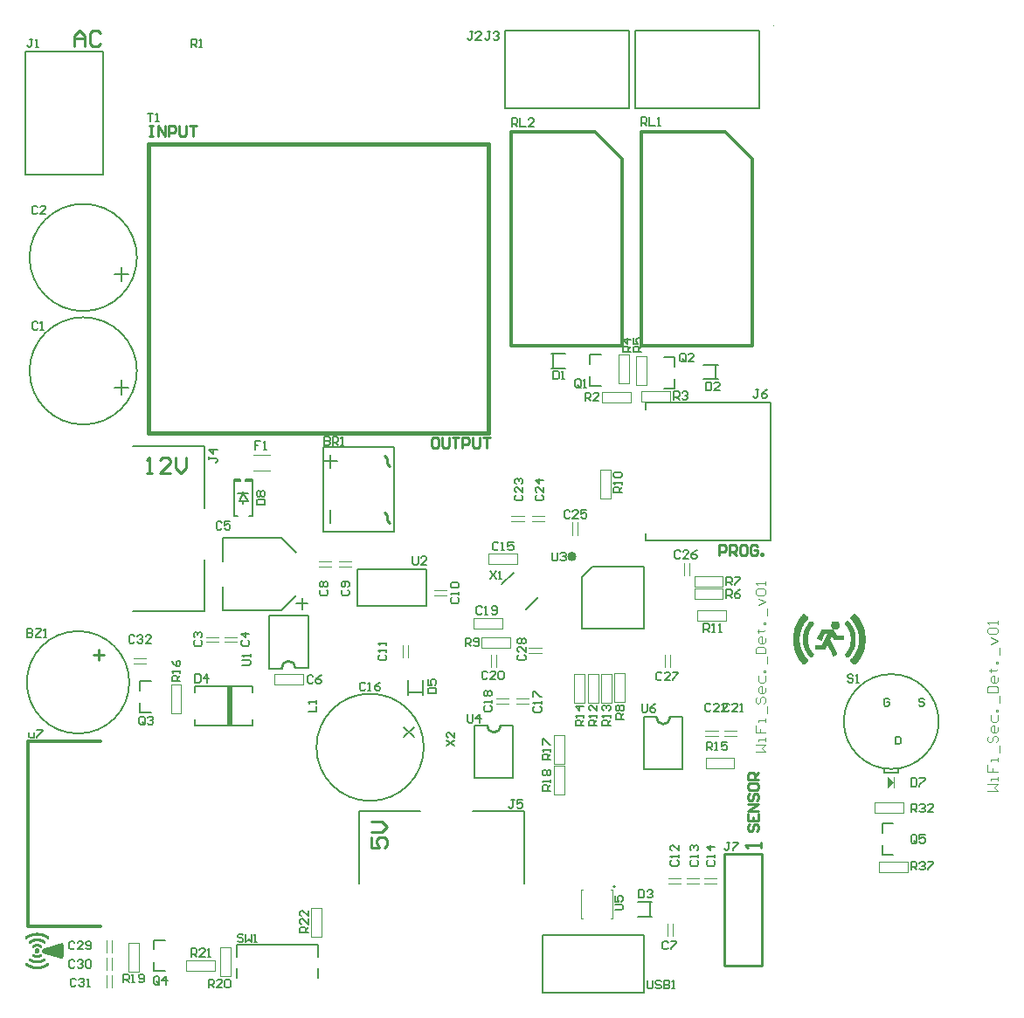
<source format=gto>
G04*
G04 #@! TF.GenerationSoftware,Altium Limited,Altium Designer,23.4.1 (23)*
G04*
G04 Layer_Color=65535*
%FSLAX25Y25*%
%MOIN*%
G70*
G04*
G04 #@! TF.SameCoordinates,01ECF62D-24FD-4C24-98F2-6CFE089B3EF1*
G04*
G04*
G04 #@! TF.FilePolarity,Positive*
G04*
G01*
G75*
%ADD10C,0.01968*%
%ADD11C,0.00787*%
%ADD12C,0.01000*%
%ADD13C,0.00394*%
%ADD14C,0.00065*%
%ADD15C,0.00152*%
%ADD16C,0.01181*%
%ADD17C,0.00591*%
%ADD18C,0.00984*%
%ADD19C,0.01575*%
%ADD20R,0.02362X0.14961*%
G36*
X333701Y81260D02*
X331339Y78898D01*
Y83622D01*
X333701Y81260D01*
D02*
G37*
D10*
X211614Y167342D02*
G03*
X211614Y167342I-787J0D01*
G01*
D11*
X41992Y119291D02*
G03*
X41992Y119291I-19551J0D01*
G01*
X350787Y104331D02*
G03*
X350787Y104331I-18110J0D01*
G01*
X227362Y41240D02*
G03*
X227362Y41240I-394J0D01*
G01*
X154331Y94488D02*
G03*
X154331Y94488I-20472J0D01*
G01*
X44882Y238189D02*
G03*
X44882Y238189I-20472J0D01*
G01*
Y281496D02*
G03*
X44882Y281496I-20472J0D01*
G01*
X184040Y156717D02*
X188495Y161171D01*
X193227Y146973D02*
X197960Y151706D01*
X238386Y139784D02*
Y163406D01*
X214764Y139784D02*
X238386D01*
X214764D02*
Y159468D01*
X218701Y163406D01*
X238386D01*
X245847Y231618D02*
X249999D01*
Y235236D01*
X245847Y243579D02*
X249999D01*
Y239961D02*
Y243579D01*
X238976Y173386D02*
Y176142D01*
Y173386D02*
X286614D01*
Y226142D01*
X238976D02*
X286614D01*
X238976Y223386D02*
Y226142D01*
X85433Y187402D02*
Y188583D01*
Y191339D02*
Y192126D01*
X83858Y188583D02*
X87402D01*
X85433Y191339D02*
X87402Y188583D01*
X83858D02*
X85433Y191339D01*
X83465D02*
X87402D01*
X43209Y209449D02*
X70768D01*
Y185827D02*
Y209449D01*
Y146457D02*
Y166142D01*
X43209Y146457D02*
X70768D01*
X89035Y115354D02*
Y117717D01*
X66988D02*
X89035D01*
X66988Y115354D02*
Y117717D01*
X89035Y102756D02*
Y105118D01*
X66988Y102756D02*
X89035D01*
X66988D02*
Y105118D01*
X46025Y107799D02*
Y111417D01*
Y107799D02*
X50177D01*
X46025Y116142D02*
Y119760D01*
X50177D01*
X199606Y787D02*
X203937D01*
X199606D02*
Y22835D01*
X238189D01*
Y787D02*
Y22835D01*
X203937Y787D02*
X238189D01*
X329312Y53468D02*
Y57087D01*
Y53468D02*
X333465D01*
X329312Y61811D02*
Y65429D01*
X333465D01*
X329921Y84646D02*
Y86221D01*
Y84646D02*
X335433D01*
Y86221D01*
X240551Y29921D02*
Y35039D01*
X235827Y35433D02*
X241339D01*
X235827Y29921D02*
X241339D01*
X248259Y106114D02*
X253038D01*
Y106043D02*
Y106114D01*
Y105972D02*
Y106114D01*
X238234Y106063D02*
X243080D01*
X253038Y105972D02*
Y106114D01*
X238234Y86063D02*
Y106063D01*
Y86063D02*
X253038D01*
Y105972D01*
X188471Y82913D02*
Y102822D01*
X173667Y82913D02*
X188471D01*
X173667D02*
Y102913D01*
X188471Y102822D02*
Y102964D01*
X173667Y102913D02*
X178513D01*
X188471Y102822D02*
Y102964D01*
Y102893D02*
Y102964D01*
X183692D02*
X188471D01*
X82874Y6496D02*
Y10039D01*
X113976Y6496D02*
Y10039D01*
Y14370D02*
Y19094D01*
X82874D02*
X113976D01*
X82874Y14370D02*
Y19094D01*
X51360Y8980D02*
Y12598D01*
Y8980D02*
X55512D01*
X51360Y17323D02*
Y20941D01*
X55512D01*
X129528Y42421D02*
Y69980D01*
X153150D01*
X172835D02*
X192520D01*
Y42421D02*
Y69980D01*
X146664Y98386D02*
X150562Y102283D01*
X146664D02*
X150562Y98386D01*
X95387Y124737D02*
Y144646D01*
X110191D01*
Y124646D02*
Y144646D01*
X95387Y124595D02*
Y124737D01*
X105345Y124646D02*
X110191D01*
X95387Y124595D02*
Y124737D01*
Y124595D02*
Y124666D01*
Y124595D02*
X100166D01*
X148425Y115354D02*
X153543D01*
X153937Y114567D02*
Y120079D01*
X148425Y114567D02*
Y120079D01*
X155319Y148550D02*
Y162470D01*
X128933D02*
X155319D01*
X128933Y148550D02*
X155319D01*
X128933D02*
Y162470D01*
X116004Y209031D02*
X143051D01*
X116004Y176795D02*
Y209031D01*
X143051Y176795D02*
Y209031D01*
X116004Y176795D02*
X143051D01*
X118701Y180118D02*
Y185039D01*
Y201279D02*
Y206201D01*
X116240Y203740D02*
X121161D01*
X235039Y338583D02*
X282283D01*
X235039D02*
Y355512D01*
Y368110D01*
X282283D01*
Y338583D02*
Y368110D01*
X265748Y235039D02*
Y240158D01*
X261024Y240551D02*
X266535D01*
X261024Y235039D02*
X266535D01*
X217718Y244366D02*
X221870D01*
X217718Y240748D02*
Y244366D01*
Y232405D02*
X221870D01*
X217718D02*
Y236024D01*
X203760Y239642D02*
Y244760D01*
X202973Y239248D02*
X208484D01*
X202973Y244760D02*
X208484D01*
X185433Y338583D02*
X232677D01*
X185433D02*
Y355512D01*
Y368110D01*
X232677D01*
Y338583D02*
Y368110D01*
X36220Y231890D02*
X41732D01*
X38976Y229134D02*
Y234646D01*
Y272441D02*
Y277953D01*
X36220Y275197D02*
X41732D01*
X2362Y360236D02*
X31890D01*
X2362Y312992D02*
Y360236D01*
Y312992D02*
X14961D01*
X31890D01*
Y360236D01*
X77559Y146850D02*
Y155905D01*
Y146850D02*
X98819D01*
X100000D01*
X105709Y152559D01*
X77559Y165354D02*
Y174409D01*
X98819D01*
X100000D01*
X105709Y168701D01*
X107874Y147244D02*
Y151575D01*
X105709Y149409D02*
X110039D01*
X331889Y112696D02*
X331397Y113188D01*
X330413D01*
X329921Y112696D01*
Y110728D01*
X330413Y110236D01*
X331397D01*
X331889Y110728D01*
Y111712D01*
X330905D01*
X345275Y112696D02*
X344783Y113188D01*
X343799D01*
X343307Y112696D01*
Y112204D01*
X343799Y111712D01*
X344783D01*
X345275Y111220D01*
Y110728D01*
X344783Y110236D01*
X343799D01*
X343307Y110728D01*
X334252Y98621D02*
Y95669D01*
X335728D01*
X336220Y96161D01*
Y98129D01*
X335728Y98621D01*
X334252D01*
D12*
X243080Y105956D02*
G03*
X248259Y105956I2590J-51D01*
G01*
X178513Y102807D02*
G03*
X183692Y102807I2590J-51D01*
G01*
X105345Y124752D02*
G03*
X100166Y124752I-2590J51D01*
G01*
X278791Y65041D02*
X278135Y64385D01*
Y63073D01*
X278791Y62417D01*
X279447D01*
X280103Y63073D01*
Y64385D01*
X280759Y65041D01*
X281415D01*
X282071Y64385D01*
Y63073D01*
X281415Y62417D01*
X278135Y68977D02*
Y66353D01*
X282071D01*
Y68977D01*
X280103Y66353D02*
Y67665D01*
X282071Y70289D02*
X278135D01*
X282071Y72913D01*
X278135D01*
X278791Y76848D02*
X278135Y76192D01*
Y74880D01*
X278791Y74225D01*
X279447D01*
X280103Y74880D01*
Y76192D01*
X280759Y76848D01*
X281415D01*
X282071Y76192D01*
Y74880D01*
X281415Y74225D01*
X278135Y80128D02*
Y78816D01*
X278791Y78160D01*
X281415D01*
X282071Y78816D01*
Y80128D01*
X281415Y80784D01*
X278791D01*
X278135Y80128D01*
X282071Y82096D02*
X278135D01*
Y84064D01*
X278791Y84720D01*
X280103D01*
X280759Y84064D01*
Y82096D01*
Y83408D02*
X282071Y84720D01*
X267142Y167929D02*
Y171865D01*
X269110D01*
X269765Y171209D01*
Y169897D01*
X269110Y169241D01*
X267142D01*
X271077Y167929D02*
Y171865D01*
X273045D01*
X273701Y171209D01*
Y169897D01*
X273045Y169241D01*
X271077D01*
X272389D02*
X273701Y167929D01*
X276981Y171865D02*
X275669D01*
X275013Y171209D01*
Y168585D01*
X275669Y167929D01*
X276981D01*
X277637Y168585D01*
Y171209D01*
X276981Y171865D01*
X281573Y171209D02*
X280917Y171865D01*
X279605D01*
X278949Y171209D01*
Y168585D01*
X279605Y167929D01*
X280917D01*
X281573Y168585D01*
Y169897D01*
X280261D01*
X282885Y167929D02*
Y168585D01*
X283541D01*
Y167929D01*
X282885D01*
X21079Y362024D02*
Y366022D01*
X23078Y368022D01*
X25077Y366022D01*
Y362024D01*
Y365023D01*
X21079D01*
X31076Y367022D02*
X30076Y368022D01*
X28076D01*
X27077Y367022D01*
Y363023D01*
X28076Y362024D01*
X30076D01*
X31076Y363023D01*
X134341Y60117D02*
Y56118D01*
X137339D01*
X136340Y58117D01*
Y59117D01*
X137339Y60117D01*
X139339D01*
X140339Y59117D01*
Y57118D01*
X139339Y56118D01*
X134341Y62116D02*
X138339D01*
X140339Y64116D01*
X138339Y66115D01*
X134341D01*
X48638Y199031D02*
X50637D01*
X49637D01*
Y205030D01*
X48638Y204030D01*
X57635Y199031D02*
X53636D01*
X57635Y203030D01*
Y204030D01*
X56635Y205030D01*
X54636D01*
X53636Y204030D01*
X59634Y205030D02*
Y201031D01*
X61634Y199031D01*
X63633Y201031D01*
Y205030D01*
X282858Y56118D02*
Y58117D01*
Y57118D01*
X276860D01*
X277860Y56118D01*
X141323Y180134D02*
X140323Y181133D01*
Y183133D01*
X139323Y184133D01*
X141323Y201787D02*
X140323Y202787D01*
Y204786D01*
X139323Y205786D01*
X49819Y331707D02*
X51131D01*
X50475D01*
Y327772D01*
X49819D01*
X51131D01*
X53099D02*
Y331707D01*
X55722Y327772D01*
Y331707D01*
X57034Y327772D02*
Y331707D01*
X59002D01*
X59658Y331051D01*
Y329739D01*
X59002Y329084D01*
X57034D01*
X60970Y331707D02*
Y328428D01*
X61626Y327772D01*
X62938D01*
X63594Y328428D01*
Y331707D01*
X64906D02*
X67530D01*
X66218D01*
Y327772D01*
X159267Y212810D02*
X157955D01*
X157299Y212154D01*
Y209530D01*
X157955Y208874D01*
X159267D01*
X159923Y209530D01*
Y212154D01*
X159267Y212810D01*
X161235D02*
Y209530D01*
X161891Y208874D01*
X163203D01*
X163859Y209530D01*
Y212810D01*
X165171D02*
X167795D01*
X166483D01*
Y208874D01*
X169106D02*
Y212810D01*
X171074D01*
X171730Y212154D01*
Y210842D01*
X171074Y210186D01*
X169106D01*
X173042Y212810D02*
Y209530D01*
X173698Y208874D01*
X175010D01*
X175666Y209530D01*
Y212810D01*
X176978D02*
X179602D01*
X178290D01*
Y208874D01*
D13*
X287591Y370098D02*
X288000Y370508D01*
X253740Y160236D02*
Y164961D01*
X255709Y160236D02*
Y164961D01*
X257499Y155832D02*
Y159796D01*
Y155832D02*
X268483D01*
Y159795D01*
Y159804D01*
Y159796D02*
Y159804D01*
X257499Y159796D02*
X268483D01*
X257499Y151232D02*
Y155196D01*
Y151232D02*
X268483D01*
Y155195D01*
Y155204D01*
Y155196D02*
Y155204D01*
X257499Y155196D02*
X268483D01*
X258681Y142685D02*
Y146650D01*
Y142685D02*
X269665D01*
Y146649D01*
Y146658D01*
Y146650D02*
Y146658D01*
X258681Y146650D02*
X269665D01*
X194488Y132480D02*
X199213D01*
X194488Y130512D02*
X199213D01*
X179153Y168323D02*
X190137D01*
Y168331D01*
Y168322D02*
Y168331D01*
Y164358D02*
Y168322D01*
X179153Y164358D02*
X190137D01*
X179153D02*
Y168323D01*
X212992Y175591D02*
Y180315D01*
X211024Y175591D02*
Y180315D01*
X232496Y233579D02*
Y244563D01*
Y233579D02*
X232504D01*
X232495D02*
X232504D01*
X228532D02*
X232495D01*
X228532D02*
Y244563D01*
X232496D01*
X235221Y232792D02*
Y243776D01*
X235212D02*
X235221D01*
X235212D02*
X235222D01*
X239185D01*
Y232792D02*
Y243776D01*
X235221Y232792D02*
X239185D01*
X222285Y226260D02*
X233269D01*
X222285Y226252D02*
Y226260D01*
Y226252D02*
Y226261D01*
Y230225D01*
X233269D01*
Y226260D02*
Y230225D01*
X237422Y226382D02*
X248406D01*
X237422Y226374D02*
Y226382D01*
Y226374D02*
Y226383D01*
Y230346D01*
X248406D01*
Y226382D02*
Y230346D01*
X89370Y200000D02*
X95669D01*
X89370Y206299D02*
X95669D01*
X78347Y136614D02*
X83071D01*
X78347Y134646D02*
X83071D01*
X71260Y136614D02*
X75984D01*
X71260Y134646D02*
X75984D01*
X57842Y118485D02*
X61807D01*
X57842Y107501D02*
Y118485D01*
Y107501D02*
X61806D01*
X61815D01*
X61807D02*
X61815D01*
X61807D02*
Y118485D01*
X43701Y128543D02*
X48425D01*
X43701Y126575D02*
X48425D01*
X327932Y46937D02*
Y50902D01*
Y46937D02*
X338916D01*
Y50901D01*
Y50910D01*
Y50902D02*
Y50910D01*
X327932Y50902D02*
X338916D01*
X326437Y69417D02*
Y73382D01*
Y69417D02*
X337421D01*
Y73381D01*
Y73390D01*
Y73382D02*
Y73390D01*
X326437Y73382D02*
X337421D01*
X333701Y79291D02*
Y83228D01*
X261417Y44488D02*
X266142D01*
X261417Y42520D02*
X266142D01*
X254724Y44488D02*
X259449D01*
X254724Y42520D02*
X259449D01*
X247638Y44488D02*
X252362D01*
X247638Y42520D02*
X252362D01*
X214370Y40059D02*
X214917D01*
X214370Y39665D02*
Y40059D01*
Y29035D02*
X214867D01*
X214370D02*
Y39665D01*
X225634Y40059D02*
X226181D01*
Y39665D02*
Y40059D01*
X225684Y29035D02*
X226181D01*
Y39665D01*
X249213Y22441D02*
Y27165D01*
X247244Y22441D02*
Y27165D01*
X173247Y143913D02*
X184231D01*
Y143922D01*
Y143912D02*
Y143922D01*
Y139949D02*
Y143912D01*
X173247Y139949D02*
X184231D01*
X173247D02*
Y143913D01*
X176397Y136433D02*
X187381D01*
Y136441D01*
Y136432D02*
Y136441D01*
Y132468D02*
Y136432D01*
X176397Y132468D02*
X187381D01*
X176397D02*
Y136433D01*
X182087Y125197D02*
Y129921D01*
X180118Y125197D02*
Y129921D01*
X248228Y125197D02*
Y129921D01*
X246260Y125197D02*
Y129921D01*
X231098Y111654D02*
Y122638D01*
Y111654D02*
X231107D01*
X231097D02*
X231107D01*
X227134D02*
X231097D01*
X227134D02*
Y122638D01*
X231098D01*
X222051Y111633D02*
X226016D01*
Y122617D01*
X222052D02*
X226016D01*
X222043D02*
X222052D01*
X222043D02*
X222051D01*
Y111633D02*
Y122617D01*
X216933Y111633D02*
Y122617D01*
X216925D02*
X216933D01*
X216925D02*
X216934D01*
X220898D01*
Y111633D02*
Y122617D01*
X216933Y111633D02*
X220898D01*
X211815D02*
Y122617D01*
X211807D02*
X211815D01*
X211807D02*
X211816D01*
X215779D01*
Y111633D02*
Y122617D01*
X211815Y111633D02*
X215779D01*
X189764Y111024D02*
X194488D01*
X189764Y112992D02*
X194488D01*
X181890Y111024D02*
X186614D01*
X181890Y112992D02*
X186614D01*
X203941Y88208D02*
Y99192D01*
X203933D02*
X203941D01*
X203933D02*
X203942D01*
X207906D01*
Y88208D02*
Y99192D01*
X203941Y88208D02*
X207906D01*
X207870Y76399D02*
Y87383D01*
Y76399D02*
X207878D01*
X207869D02*
X207878D01*
X203906D02*
X207869D01*
X203906D02*
Y87383D01*
X207870D01*
X76740Y18091D02*
X80705D01*
X76740Y7107D02*
Y18091D01*
Y7107D02*
X80704D01*
X80713D01*
X80705D02*
X80713D01*
X80705D02*
Y18091D01*
X74784Y9059D02*
Y13024D01*
X63800D02*
X74784D01*
X63800Y9060D02*
Y13024D01*
Y9051D02*
Y9060D01*
Y9051D02*
Y9059D01*
X74784D01*
X41736Y8680D02*
X45701D01*
Y19664D01*
X41737D02*
X45701D01*
X41728D02*
X41737D01*
X41728D02*
X41736D01*
Y8680D02*
Y19664D01*
X35236Y2756D02*
Y7480D01*
X33268Y2756D02*
Y7480D01*
X35236Y9449D02*
Y14173D01*
X33268Y9449D02*
Y14173D01*
X33268Y16142D02*
Y20866D01*
X35236Y16142D02*
Y20866D01*
X115350Y22068D02*
Y33052D01*
Y22068D02*
X115359D01*
X115349D02*
X115359D01*
X111386D02*
X115349D01*
X111386D02*
Y33052D01*
X115350D01*
X97265Y118508D02*
X108249D01*
X97265Y118500D02*
Y118508D01*
Y118500D02*
Y118509D01*
Y122472D01*
X108249D01*
Y118508D02*
Y122472D01*
X148425Y128740D02*
Y133465D01*
X146457Y128740D02*
Y133465D01*
X158268Y154528D02*
X162992D01*
X158268Y152559D02*
X162992D01*
X122047Y163386D02*
X126772D01*
X122047Y165354D02*
X126772D01*
X114173Y163386D02*
X118898D01*
X114173Y165354D02*
X118898D01*
X195669Y182677D02*
X200394D01*
X195669Y180709D02*
X200394D01*
X187795Y182677D02*
X192520D01*
X187795Y180709D02*
X192520D01*
X225587Y189587D02*
Y200571D01*
Y189587D02*
X225595D01*
X225586D02*
X225595D01*
X221622D02*
X225586D01*
X221622D02*
Y200571D01*
X225587D01*
X261811Y98819D02*
X266535D01*
X261811Y100787D02*
X266535D01*
X268898Y98819D02*
X273622D01*
X268898Y100787D02*
X273622D01*
X261830Y86583D02*
Y90547D01*
Y86583D02*
X272814D01*
Y90546D01*
Y90556D01*
Y90547D02*
Y90556D01*
X261830Y90547D02*
X272814D01*
X369424Y77953D02*
X373360D01*
X372048Y79265D01*
X373360Y80577D01*
X369424D01*
X373360Y81889D02*
Y83200D01*
Y82544D01*
X370736D01*
Y81889D01*
X369424Y87792D02*
Y85168D01*
X371392D01*
Y86480D01*
Y85168D01*
X373360D01*
Y89104D02*
Y90416D01*
Y89760D01*
X370736D01*
Y89104D01*
X374016Y92384D02*
Y95008D01*
X370080Y98943D02*
X369424Y98287D01*
Y96975D01*
X370080Y96320D01*
X370736D01*
X371392Y96975D01*
Y98287D01*
X372048Y98943D01*
X372704D01*
X373360Y98287D01*
Y96975D01*
X372704Y96320D01*
X373360Y102223D02*
Y100911D01*
X372704Y100255D01*
X371392D01*
X370736Y100911D01*
Y102223D01*
X371392Y102879D01*
X372048D01*
Y100255D01*
X370736Y106815D02*
Y104847D01*
X371392Y104191D01*
X372704D01*
X373360Y104847D01*
Y106815D01*
Y108127D02*
X372704D01*
Y108783D01*
X373360D01*
Y108127D01*
X374016Y111407D02*
Y114030D01*
X369424Y115342D02*
X373360D01*
Y117310D01*
X372704Y117966D01*
X370080D01*
X369424Y117310D01*
Y115342D01*
X373360Y121246D02*
Y119934D01*
X372704Y119278D01*
X371392D01*
X370736Y119934D01*
Y121246D01*
X371392Y121902D01*
X372048D01*
Y119278D01*
X370080Y123870D02*
X370736D01*
Y123214D01*
Y124526D01*
Y123870D01*
X372704D01*
X373360Y124526D01*
Y126494D02*
X372704D01*
Y127149D01*
X373360D01*
Y126494D01*
X374016Y129773D02*
Y132397D01*
X370736Y133709D02*
X373360Y135021D01*
X370736Y136333D01*
X370080Y137645D02*
X369424Y138301D01*
Y139613D01*
X370080Y140269D01*
X372704D01*
X373360Y139613D01*
Y138301D01*
X372704Y137645D01*
X370080D01*
X373360Y141580D02*
Y142893D01*
Y142236D01*
X369424D01*
X370080Y141580D01*
X280841Y92913D02*
X284777D01*
X283465Y94225D01*
X284777Y95537D01*
X280841D01*
X284777Y96849D02*
Y98161D01*
Y97505D01*
X282153D01*
Y96849D01*
X280841Y102753D02*
Y100129D01*
X282809D01*
Y101441D01*
Y100129D01*
X284777D01*
Y104065D02*
Y105377D01*
Y104721D01*
X282153D01*
Y104065D01*
X285433Y107344D02*
Y109968D01*
X281497Y113904D02*
X280841Y113248D01*
Y111936D01*
X281497Y111280D01*
X282153D01*
X282809Y111936D01*
Y113248D01*
X283465Y113904D01*
X284121D01*
X284777Y113248D01*
Y111936D01*
X284121Y111280D01*
X284777Y117184D02*
Y115872D01*
X284121Y115216D01*
X282809D01*
X282153Y115872D01*
Y117184D01*
X282809Y117840D01*
X283465D01*
Y115216D01*
X282153Y121775D02*
Y119808D01*
X282809Y119152D01*
X284121D01*
X284777Y119808D01*
Y121775D01*
Y123087D02*
X284121D01*
Y123743D01*
X284777D01*
Y123087D01*
X285433Y126367D02*
Y128991D01*
X280841Y130303D02*
X284777D01*
Y132271D01*
X284121Y132927D01*
X281497D01*
X280841Y132271D01*
Y130303D01*
X284777Y136206D02*
Y134895D01*
X284121Y134239D01*
X282809D01*
X282153Y134895D01*
Y136206D01*
X282809Y136863D01*
X283465D01*
Y134239D01*
X281497Y138830D02*
X282153D01*
Y138174D01*
Y139486D01*
Y138830D01*
X284121D01*
X284777Y139486D01*
Y141454D02*
X284121D01*
Y142110D01*
X284777D01*
Y141454D01*
X285433Y144734D02*
Y147358D01*
X282153Y148670D02*
X284777Y149982D01*
X282153Y151294D01*
X281497Y152605D02*
X280841Y153261D01*
Y154573D01*
X281497Y155229D01*
X284121D01*
X284777Y154573D01*
Y153261D01*
X284121Y152605D01*
X281497D01*
X284777Y156541D02*
Y157853D01*
Y157197D01*
X280841D01*
X281497Y156541D01*
D14*
X2227Y11787D02*
Y11917D01*
Y21846D02*
Y21976D01*
X2292Y11657D02*
Y12112D01*
Y21716D02*
Y22106D01*
X2357Y11592D02*
Y12177D01*
Y21652D02*
Y22171D01*
X2421Y11528D02*
Y12177D01*
Y21587D02*
Y22236D01*
X2486Y11463D02*
Y12177D01*
Y21587D02*
Y22300D01*
X2551Y11463D02*
Y12241D01*
Y21587D02*
Y22365D01*
X2616Y11398D02*
Y12241D01*
Y21587D02*
Y22430D01*
X2681Y11333D02*
Y12177D01*
Y21587D02*
Y22430D01*
X2746Y11268D02*
Y12177D01*
Y21652D02*
Y22495D01*
X2811Y11268D02*
Y12112D01*
Y21652D02*
Y22560D01*
X2876Y11203D02*
Y12047D01*
Y21716D02*
Y22560D01*
X2941Y11138D02*
Y11982D01*
Y21781D02*
Y22625D01*
X3005Y11138D02*
Y11917D01*
Y21846D02*
Y22690D01*
X3070Y11073D02*
Y11917D01*
Y21911D02*
Y22690D01*
X3135Y11073D02*
Y11852D01*
Y21911D02*
Y22755D01*
X3200Y11008D02*
Y11787D01*
Y21976D02*
Y22755D01*
X3265Y11008D02*
Y11787D01*
Y22041D02*
Y22820D01*
X3330Y10943D02*
Y11722D01*
Y22041D02*
Y22820D01*
X3395Y10943D02*
Y11722D01*
Y22106D02*
Y22885D01*
X3460Y10879D02*
Y11657D01*
Y22171D02*
Y22885D01*
X3525Y10879D02*
Y11592D01*
Y22171D02*
Y22950D01*
X3590Y10814D02*
Y11592D01*
Y22236D02*
Y22950D01*
X3655Y10814D02*
Y11528D01*
Y13410D02*
Y13799D01*
Y19964D02*
Y20354D01*
Y22236D02*
Y23014D01*
X3719Y10749D02*
Y11528D01*
Y13345D02*
Y13864D01*
Y19899D02*
Y20418D01*
Y22300D02*
Y23014D01*
X3784Y10749D02*
Y11463D01*
Y13280D02*
Y13929D01*
Y19899D02*
Y20483D01*
Y22300D02*
Y23079D01*
X3849Y10684D02*
Y11463D01*
Y13215D02*
Y13929D01*
Y19834D02*
Y20548D01*
Y22365D02*
Y23079D01*
X3914Y10684D02*
Y11398D01*
Y13215D02*
Y13929D01*
Y19834D02*
Y20613D01*
Y22365D02*
Y23079D01*
X3979Y10619D02*
Y11398D01*
Y13150D02*
Y13929D01*
Y19834D02*
Y20678D01*
Y22430D02*
Y23144D01*
X4044Y10619D02*
Y11333D01*
Y13085D02*
Y13929D01*
Y19834D02*
Y20678D01*
Y22430D02*
Y23144D01*
X4109Y10619D02*
Y11333D01*
Y13085D02*
Y13929D01*
Y19899D02*
Y20743D01*
Y22430D02*
Y23209D01*
X4174Y10554D02*
Y11333D01*
Y13020D02*
Y13864D01*
Y19964D02*
Y20808D01*
Y22495D02*
Y23209D01*
X4239Y10554D02*
Y11268D01*
Y12955D02*
Y13799D01*
Y19964D02*
Y20808D01*
Y22495D02*
Y23209D01*
X4304Y10554D02*
Y11268D01*
Y12955D02*
Y13734D01*
Y20029D02*
Y20873D01*
Y22495D02*
Y23274D01*
X4368Y10489D02*
Y11268D01*
Y12890D02*
Y13669D01*
Y20094D02*
Y20873D01*
Y22560D02*
Y23274D01*
X4433Y10489D02*
Y11203D01*
Y12890D02*
Y13669D01*
Y20159D02*
Y20938D01*
Y22560D02*
Y23274D01*
X4498Y10489D02*
Y11203D01*
Y12825D02*
Y13604D01*
Y20159D02*
Y20938D01*
Y22560D02*
Y23339D01*
X4563Y10424D02*
Y11203D01*
Y12825D02*
Y13539D01*
Y20224D02*
Y21002D01*
Y22625D02*
Y23339D01*
X4628Y10424D02*
Y11138D01*
Y12761D02*
Y13539D01*
Y20289D02*
Y21002D01*
Y22625D02*
Y23339D01*
X4693Y10424D02*
Y11138D01*
Y12761D02*
Y13475D01*
Y20289D02*
Y21067D01*
Y22625D02*
Y23404D01*
X4758Y10424D02*
Y11138D01*
Y12696D02*
Y13475D01*
Y20354D02*
Y21067D01*
Y22690D02*
Y23404D01*
X4823Y10359D02*
Y11073D01*
Y12696D02*
Y13410D01*
Y20354D02*
Y21067D01*
Y22690D02*
Y23404D01*
X4888Y10359D02*
Y11073D01*
Y12696D02*
Y13410D01*
Y20418D02*
Y21132D01*
Y22690D02*
Y23404D01*
X4952Y10359D02*
Y11073D01*
Y12631D02*
Y13345D01*
Y20418D02*
Y21132D01*
Y22755D02*
Y23469D01*
X5017Y10359D02*
Y11008D01*
Y12631D02*
Y13345D01*
Y14967D02*
Y15292D01*
Y18407D02*
Y18796D01*
Y20418D02*
Y21197D01*
Y22755D02*
Y23469D01*
X5082Y10294D02*
Y11008D01*
Y12566D02*
Y13345D01*
Y14902D02*
Y15421D01*
Y18342D02*
Y18861D01*
Y20483D02*
Y21197D01*
Y22755D02*
Y23469D01*
X5147Y10294D02*
Y11008D01*
Y12566D02*
Y13280D01*
Y14837D02*
Y15421D01*
Y18277D02*
Y18926D01*
Y20483D02*
Y21197D01*
Y22820D02*
Y23469D01*
X5212Y10294D02*
Y10943D01*
Y12566D02*
Y13280D01*
Y14772D02*
Y15486D01*
Y18277D02*
Y18926D01*
Y20548D02*
Y21262D01*
Y22820D02*
Y23469D01*
X5277Y10294D02*
Y10943D01*
Y12566D02*
Y13215D01*
Y14772D02*
Y15486D01*
Y18277D02*
Y18991D01*
Y20548D02*
Y21262D01*
Y22820D02*
Y23534D01*
X5342Y10294D02*
Y10943D01*
Y12501D02*
Y13215D01*
Y14707D02*
Y15486D01*
Y18277D02*
Y19056D01*
Y20548D02*
Y21262D01*
Y22820D02*
Y23534D01*
X5407Y10230D02*
Y10943D01*
Y12501D02*
Y13215D01*
Y14643D02*
Y15486D01*
Y18277D02*
Y19056D01*
Y20613D02*
Y21262D01*
Y22820D02*
Y23534D01*
X5472Y10230D02*
Y10943D01*
Y12501D02*
Y13150D01*
Y14643D02*
Y15421D01*
Y18277D02*
Y19120D01*
Y20613D02*
Y21327D01*
Y22885D02*
Y23534D01*
X5536Y10230D02*
Y10943D01*
Y12501D02*
Y13150D01*
Y14578D02*
Y15421D01*
Y18342D02*
Y19120D01*
Y20613D02*
Y21327D01*
Y22885D02*
Y23534D01*
X5601Y10230D02*
Y10879D01*
Y12436D02*
Y13150D01*
Y14578D02*
Y15357D01*
Y18407D02*
Y19185D01*
Y20678D02*
Y21327D01*
Y22885D02*
Y23534D01*
X5666Y10230D02*
Y10879D01*
Y12436D02*
Y13150D01*
Y14513D02*
Y15292D01*
Y18472D02*
Y19185D01*
Y20678D02*
Y21327D01*
Y22885D02*
Y23598D01*
X5731Y10230D02*
Y10879D01*
Y12436D02*
Y13085D01*
Y14513D02*
Y15227D01*
Y18472D02*
Y19250D01*
Y20678D02*
Y21327D01*
Y22885D02*
Y23598D01*
X5796Y10230D02*
Y10879D01*
Y12436D02*
Y13085D01*
Y14513D02*
Y15227D01*
Y18536D02*
Y19250D01*
Y20678D02*
Y21392D01*
Y22885D02*
Y23598D01*
X5861Y10165D02*
Y10879D01*
Y12436D02*
Y13085D01*
Y14448D02*
Y15227D01*
Y16654D02*
Y17174D01*
Y18536D02*
Y19250D01*
Y20678D02*
Y21392D01*
Y22950D02*
Y23598D01*
X5926Y10165D02*
Y10879D01*
Y12371D02*
Y13085D01*
Y14448D02*
Y15162D01*
Y16460D02*
Y17368D01*
Y18601D02*
Y19315D01*
Y20678D02*
Y21392D01*
Y22950D02*
Y23598D01*
X5991Y10165D02*
Y10879D01*
Y12371D02*
Y13085D01*
Y14448D02*
Y15162D01*
Y16395D02*
Y17433D01*
Y18601D02*
Y19315D01*
Y20743D02*
Y21392D01*
Y22950D02*
Y23598D01*
X6056Y10165D02*
Y10879D01*
Y12371D02*
Y13085D01*
Y14448D02*
Y15097D01*
Y16330D02*
Y17498D01*
Y18601D02*
Y19315D01*
Y20743D02*
Y21392D01*
Y22950D02*
Y23598D01*
X6121Y10165D02*
Y10814D01*
Y12371D02*
Y13020D01*
Y14383D02*
Y15097D01*
Y16265D02*
Y17563D01*
Y18666D02*
Y19315D01*
Y20743D02*
Y21392D01*
Y22950D02*
Y23598D01*
X6185Y10165D02*
Y10814D01*
Y12371D02*
Y13020D01*
Y14383D02*
Y15097D01*
Y16200D02*
Y17628D01*
Y18666D02*
Y19380D01*
Y20743D02*
Y21457D01*
Y22950D02*
Y23598D01*
X6250Y10165D02*
Y10814D01*
Y12371D02*
Y13020D01*
Y14383D02*
Y15032D01*
Y16200D02*
Y17628D01*
Y18666D02*
Y19380D01*
Y20743D02*
Y21457D01*
Y22950D02*
Y23598D01*
X6315Y10165D02*
Y10814D01*
Y12371D02*
Y13020D01*
Y14383D02*
Y15032D01*
Y16135D02*
Y17693D01*
Y18666D02*
Y19380D01*
Y20743D02*
Y21457D01*
Y22950D02*
Y23598D01*
X6380Y10165D02*
Y10814D01*
Y12371D02*
Y13020D01*
Y14383D02*
Y15032D01*
Y16135D02*
Y17693D01*
Y18731D02*
Y19380D01*
Y20743D02*
Y21457D01*
Y22950D02*
Y23663D01*
X6445Y10165D02*
Y10814D01*
Y12371D02*
Y13020D01*
Y14383D02*
Y15032D01*
Y16135D02*
Y17693D01*
Y18731D02*
Y19380D01*
Y20743D02*
Y21457D01*
Y22950D02*
Y23663D01*
X6510Y10165D02*
Y10814D01*
Y12371D02*
Y13020D01*
Y14318D02*
Y15032D01*
Y16070D02*
Y17758D01*
Y18731D02*
Y19380D01*
Y20743D02*
Y21457D01*
Y22950D02*
Y23663D01*
X6575Y10165D02*
Y10814D01*
Y12306D02*
Y13020D01*
Y14318D02*
Y15032D01*
Y16070D02*
Y17758D01*
Y18731D02*
Y19380D01*
Y20743D02*
Y21457D01*
Y22950D02*
Y23663D01*
X6640Y10165D02*
Y10814D01*
Y12306D02*
Y13020D01*
Y14318D02*
Y15032D01*
Y16070D02*
Y17758D01*
Y18731D02*
Y19380D01*
Y20743D02*
Y21457D01*
Y22950D02*
Y23663D01*
X6705Y10165D02*
Y10814D01*
Y12306D02*
Y13020D01*
Y14318D02*
Y15032D01*
Y16070D02*
Y17758D01*
Y18731D02*
Y19380D01*
Y20743D02*
Y21457D01*
Y22950D02*
Y23663D01*
X6770Y10165D02*
Y10814D01*
Y12306D02*
Y13020D01*
Y14318D02*
Y15032D01*
Y16070D02*
Y17758D01*
Y18731D02*
Y19380D01*
Y20743D02*
Y21457D01*
Y22950D02*
Y23663D01*
X6835Y10165D02*
Y10814D01*
Y12371D02*
Y13020D01*
Y14318D02*
Y15032D01*
Y16070D02*
Y17693D01*
Y18731D02*
Y19380D01*
Y20743D02*
Y21457D01*
Y22950D02*
Y23663D01*
X6899Y10165D02*
Y10814D01*
Y12371D02*
Y13020D01*
Y14318D02*
Y15032D01*
Y16135D02*
Y17693D01*
Y18731D02*
Y19380D01*
Y20743D02*
Y21457D01*
Y22950D02*
Y23663D01*
X6964Y10165D02*
Y10814D01*
Y12371D02*
Y13020D01*
Y14383D02*
Y15032D01*
Y16135D02*
Y17693D01*
Y18731D02*
Y19380D01*
Y20743D02*
Y21457D01*
Y22950D02*
Y23663D01*
X7029Y10165D02*
Y10814D01*
Y12371D02*
Y13020D01*
Y14383D02*
Y15032D01*
Y16200D02*
Y17628D01*
Y18731D02*
Y19380D01*
Y20743D02*
Y21457D01*
Y22950D02*
Y23598D01*
X7094Y10165D02*
Y10814D01*
Y12371D02*
Y13020D01*
Y14383D02*
Y15032D01*
Y16200D02*
Y17628D01*
Y18666D02*
Y19380D01*
Y20743D02*
Y21457D01*
Y22950D02*
Y23598D01*
X7159Y10165D02*
Y10814D01*
Y12371D02*
Y13020D01*
Y14383D02*
Y15032D01*
Y16265D02*
Y17563D01*
Y18666D02*
Y19380D01*
Y20743D02*
Y21457D01*
Y22950D02*
Y23598D01*
X7224Y10165D02*
Y10814D01*
Y12371D02*
Y13020D01*
Y14383D02*
Y15097D01*
Y16330D02*
Y17498D01*
Y18666D02*
Y19315D01*
Y20743D02*
Y21392D01*
Y22950D02*
Y23598D01*
X7289Y10165D02*
Y10879D01*
Y12371D02*
Y13085D01*
Y14383D02*
Y15097D01*
Y16395D02*
Y17433D01*
Y18666D02*
Y19315D01*
Y20743D02*
Y21392D01*
Y22950D02*
Y23598D01*
X7354Y10165D02*
Y10879D01*
Y12371D02*
Y13085D01*
Y14448D02*
Y15097D01*
Y16460D02*
Y17368D01*
Y18601D02*
Y19315D01*
Y20743D02*
Y21392D01*
Y22950D02*
Y23598D01*
X7418Y10165D02*
Y10879D01*
Y12371D02*
Y13085D01*
Y14448D02*
Y15162D01*
Y16590D02*
Y17239D01*
Y18601D02*
Y19315D01*
Y20743D02*
Y21392D01*
Y22950D02*
Y23598D01*
X7483Y10165D02*
Y10879D01*
Y12371D02*
Y13085D01*
Y14448D02*
Y15162D01*
Y18536D02*
Y19315D01*
Y20678D02*
Y21392D01*
Y22950D02*
Y23598D01*
X7548Y10165D02*
Y10879D01*
Y12436D02*
Y13085D01*
Y14448D02*
Y15227D01*
Y18536D02*
Y19250D01*
Y20678D02*
Y21392D01*
Y22885D02*
Y23598D01*
X7613Y10230D02*
Y10879D01*
Y12436D02*
Y13085D01*
Y14513D02*
Y15227D01*
Y18472D02*
Y19250D01*
Y20678D02*
Y21392D01*
Y22885D02*
Y23598D01*
X7678Y10230D02*
Y10879D01*
Y12436D02*
Y13150D01*
Y14513D02*
Y15292D01*
Y18472D02*
Y19185D01*
Y20678D02*
Y21327D01*
Y22885D02*
Y23598D01*
X7743Y10230D02*
Y10879D01*
Y12436D02*
Y13150D01*
Y14578D02*
Y15292D01*
Y18407D02*
Y19185D01*
Y20678D02*
Y21327D01*
Y22885D02*
Y23598D01*
X7808Y10230D02*
Y10943D01*
Y12436D02*
Y13150D01*
Y14578D02*
Y15357D01*
Y18342D02*
Y19185D01*
Y20613D02*
Y21327D01*
Y22885D02*
Y23534D01*
X7873Y10230D02*
Y10943D01*
Y12501D02*
Y13150D01*
Y14643D02*
Y15421D01*
Y18342D02*
Y19120D01*
Y20613D02*
Y21327D01*
Y22885D02*
Y23534D01*
X7938Y10230D02*
Y10943D01*
Y12501D02*
Y13215D01*
Y14643D02*
Y15421D01*
Y18277D02*
Y19120D01*
Y20613D02*
Y21262D01*
Y22885D02*
Y23534D01*
X8003Y10230D02*
Y10943D01*
Y12501D02*
Y13215D01*
Y14707D02*
Y15486D01*
Y18277D02*
Y19056D01*
Y20613D02*
Y21262D01*
Y22820D02*
Y23534D01*
X8067Y10294D02*
Y10943D01*
Y12501D02*
Y13215D01*
Y14707D02*
Y15486D01*
Y18277D02*
Y18991D01*
Y20548D02*
Y21262D01*
Y22820D02*
Y23534D01*
X8132Y10294D02*
Y10943D01*
Y12566D02*
Y13280D01*
Y14772D02*
Y15486D01*
Y18277D02*
Y18991D01*
Y20548D02*
Y21262D01*
Y22820D02*
Y23534D01*
X8197Y10294D02*
Y11008D01*
Y12566D02*
Y13280D01*
Y14837D02*
Y15486D01*
Y18277D02*
Y18926D01*
Y20483D02*
Y21197D01*
Y22820D02*
Y23469D01*
X8262Y10294D02*
Y11008D01*
Y12566D02*
Y13280D01*
Y14837D02*
Y15421D01*
Y18342D02*
Y18861D01*
Y20483D02*
Y21197D01*
Y22820D02*
Y23469D01*
X8327Y10294D02*
Y11008D01*
Y12631D02*
Y13345D01*
Y14902D02*
Y15357D01*
Y18407D02*
Y18796D01*
Y20483D02*
Y21197D01*
Y22755D02*
Y23469D01*
X8392Y10359D02*
Y11008D01*
Y12631D02*
Y13345D01*
Y15032D02*
Y15227D01*
Y18472D02*
Y18731D01*
Y20418D02*
Y21132D01*
Y22755D02*
Y23469D01*
X8457Y10359D02*
Y11073D01*
Y12631D02*
Y13410D01*
Y20418D02*
Y21132D01*
Y22755D02*
Y23404D01*
X8522Y10359D02*
Y11073D01*
Y12696D02*
Y13410D01*
Y20354D02*
Y21132D01*
Y22690D02*
Y23404D01*
X8587Y10359D02*
Y11073D01*
Y12696D02*
Y13475D01*
Y20354D02*
Y21067D01*
Y22690D02*
Y23404D01*
X8652Y10424D02*
Y11138D01*
Y12696D02*
Y13475D01*
Y20289D02*
Y21067D01*
Y22690D02*
Y23404D01*
X8716Y10424D02*
Y11138D01*
Y12761D02*
Y13539D01*
Y20289D02*
Y21067D01*
Y22625D02*
Y23339D01*
X8781Y10424D02*
Y11138D01*
Y12761D02*
Y13539D01*
Y16590D02*
Y17174D01*
Y20224D02*
Y21002D01*
Y22625D02*
Y23339D01*
X8846Y10489D02*
Y11203D01*
Y12825D02*
Y13604D01*
Y16460D02*
Y17239D01*
Y20224D02*
Y21002D01*
Y22625D02*
Y23339D01*
X8911Y10489D02*
Y11203D01*
Y12825D02*
Y13604D01*
Y16395D02*
Y17368D01*
Y20159D02*
Y20938D01*
Y22560D02*
Y23339D01*
X8976Y10489D02*
Y11203D01*
Y12890D02*
Y13669D01*
Y16330D02*
Y17433D01*
Y20094D02*
Y20938D01*
Y22560D02*
Y23274D01*
X9041Y10554D02*
Y11268D01*
Y12890D02*
Y13734D01*
Y16265D02*
Y17433D01*
Y20094D02*
Y20873D01*
Y22560D02*
Y23274D01*
X9106Y10554D02*
Y11268D01*
Y12955D02*
Y13734D01*
Y16200D02*
Y17498D01*
Y20029D02*
Y20808D01*
Y22495D02*
Y23274D01*
X9171Y10554D02*
Y11268D01*
Y13020D02*
Y13799D01*
Y16200D02*
Y17563D01*
Y19964D02*
Y20808D01*
Y22495D02*
Y23209D01*
X9236Y10554D02*
Y11333D01*
Y13020D02*
Y13864D01*
Y16135D02*
Y17563D01*
Y19899D02*
Y20743D01*
Y22495D02*
Y23209D01*
X9301Y10619D02*
Y11333D01*
Y13085D02*
Y13929D01*
Y16135D02*
Y17628D01*
Y19899D02*
Y20743D01*
Y22430D02*
Y23209D01*
X9365Y10619D02*
Y11398D01*
Y13085D02*
Y13929D01*
Y16070D02*
Y17628D01*
Y19834D02*
Y20678D01*
Y22430D02*
Y23144D01*
X9430Y10684D02*
Y11398D01*
Y13150D02*
Y13929D01*
Y16070D02*
Y17693D01*
Y19834D02*
Y20613D01*
Y22365D02*
Y23144D01*
X9495Y10684D02*
Y11398D01*
Y13215D02*
Y13929D01*
Y16005D02*
Y17693D01*
Y19834D02*
Y20548D01*
Y22365D02*
Y23079D01*
X9560Y10684D02*
Y11463D01*
Y13280D02*
Y13929D01*
Y16005D02*
Y17693D01*
Y19834D02*
Y20548D01*
Y22300D02*
Y23079D01*
X9625Y10749D02*
Y11463D01*
Y13345D02*
Y13864D01*
Y16005D02*
Y17758D01*
Y19899D02*
Y20483D01*
Y22300D02*
Y23014D01*
X9690Y10749D02*
Y11528D01*
Y13345D02*
Y13864D01*
Y15941D02*
Y17758D01*
Y19964D02*
Y20418D01*
Y22236D02*
Y23014D01*
X9755Y10814D02*
Y11528D01*
Y13475D02*
Y13734D01*
Y15941D02*
Y17758D01*
Y20029D02*
Y20354D01*
Y22236D02*
Y23014D01*
X9820Y10814D02*
Y11592D01*
Y15941D02*
Y17823D01*
Y22171D02*
Y22950D01*
X9885Y10879D02*
Y11657D01*
Y15876D02*
Y17823D01*
Y22171D02*
Y22950D01*
X9950Y10879D02*
Y11657D01*
Y15876D02*
Y17823D01*
Y22106D02*
Y22885D01*
X10014Y10943D02*
Y11722D01*
Y15876D02*
Y17887D01*
Y22106D02*
Y22885D01*
X10079Y10943D02*
Y11722D01*
Y15811D02*
Y17887D01*
Y22041D02*
Y22820D01*
X10144Y11008D02*
Y11787D01*
Y15811D02*
Y17887D01*
Y21976D02*
Y22820D01*
X10209Y11008D02*
Y11852D01*
Y15811D02*
Y17952D01*
Y21976D02*
Y22755D01*
X10274Y11073D02*
Y11852D01*
Y15811D02*
Y17952D01*
Y21911D02*
Y22690D01*
X10339Y11138D02*
Y11917D01*
Y15746D02*
Y17952D01*
Y21846D02*
Y22690D01*
X10404Y11138D02*
Y11982D01*
Y15746D02*
Y17952D01*
Y21846D02*
Y22625D01*
X10469Y11203D02*
Y12047D01*
Y15746D02*
Y18017D01*
Y21781D02*
Y22625D01*
X10534Y11203D02*
Y12047D01*
Y15681D02*
Y18017D01*
Y21716D02*
Y22560D01*
X10599Y11268D02*
Y12112D01*
Y15681D02*
Y18017D01*
Y21652D02*
Y22495D01*
X10663Y11333D02*
Y12177D01*
Y15681D02*
Y18082D01*
Y21587D02*
Y22495D01*
X10728Y11333D02*
Y12177D01*
Y15616D02*
Y18082D01*
Y21587D02*
Y22430D01*
X10793Y11398D02*
Y12241D01*
Y15616D02*
Y18082D01*
Y21587D02*
Y22365D01*
X10858Y11463D02*
Y12241D01*
Y15616D02*
Y18147D01*
Y21587D02*
Y22300D01*
X10923Y11528D02*
Y12177D01*
Y15616D02*
Y18147D01*
Y21587D02*
Y22300D01*
X10988Y11592D02*
Y12177D01*
Y15551D02*
Y18147D01*
Y21587D02*
Y22236D01*
X11053Y11657D02*
Y12112D01*
Y15551D02*
Y18147D01*
Y21652D02*
Y22171D01*
X11118Y11722D02*
Y12047D01*
Y15551D02*
Y18212D01*
Y21716D02*
Y22106D01*
X11183Y15486D02*
Y18212D01*
X11248Y15486D02*
Y18212D01*
X11312Y15486D02*
Y18277D01*
X11377Y15421D02*
Y18277D01*
X11442Y15421D02*
Y18277D01*
X11507Y15421D02*
Y18342D01*
X11572Y15421D02*
Y18342D01*
X11637Y15357D02*
Y18342D01*
X11702Y15357D02*
Y18342D01*
X11767Y15357D02*
Y18407D01*
X11832Y15292D02*
Y18407D01*
X11896Y15292D02*
Y18407D01*
X11961Y15292D02*
Y18472D01*
X12026Y15227D02*
Y18472D01*
X12091Y15227D02*
Y18472D01*
X12156Y15227D02*
Y18472D01*
X12221Y15227D02*
Y18536D01*
X12286Y15162D02*
Y18536D01*
X12351Y15162D02*
Y18536D01*
X12416Y15162D02*
Y18601D01*
X12481Y15097D02*
Y18601D01*
X12545Y15097D02*
Y18601D01*
X12610Y15097D02*
Y18601D01*
X12675Y15097D02*
Y18666D01*
X12740Y15032D02*
Y18666D01*
X12805Y15032D02*
Y18666D01*
X12870Y15032D02*
Y18731D01*
X12935Y14967D02*
Y18731D01*
X13000Y14967D02*
Y18731D01*
X13065Y14967D02*
Y18796D01*
X13129Y14902D02*
Y18796D01*
X13194Y14902D02*
Y18796D01*
X13259Y14902D02*
Y18796D01*
X13324Y14902D02*
Y18861D01*
X13389Y14837D02*
Y18861D01*
X13454Y14837D02*
Y18861D01*
X13519Y14837D02*
Y18926D01*
X13584Y14772D02*
Y18926D01*
X13649Y14772D02*
Y18926D01*
X13714Y14772D02*
Y18991D01*
X13779Y14772D02*
Y18991D01*
X13843Y14707D02*
Y18991D01*
X13908Y14707D02*
Y18991D01*
X13973Y14707D02*
Y19056D01*
X14038Y14643D02*
Y19056D01*
X14103Y14643D02*
Y19056D01*
X14168Y14643D02*
Y19120D01*
X14233Y14578D02*
Y19120D01*
X14298Y14578D02*
Y19120D01*
X14363Y14578D02*
Y19120D01*
X14427Y14578D02*
Y19185D01*
X14492Y14513D02*
Y19185D01*
X14557Y14513D02*
Y19185D01*
X14622Y14513D02*
Y19250D01*
X14687Y14448D02*
Y19250D01*
X14752Y14448D02*
Y19250D01*
X14817Y14448D02*
Y19315D01*
X14882Y14383D02*
Y19315D01*
X14947Y14383D02*
Y19315D01*
X15011Y14383D02*
Y19315D01*
X15076Y14383D02*
Y19380D01*
X15141Y14318D02*
Y19380D01*
X15206Y14318D02*
Y19380D01*
X15271Y14318D02*
Y19445D01*
X15336Y14253D02*
Y19445D01*
X15401Y14253D02*
Y19445D01*
X15466Y14253D02*
Y19510D01*
X15531Y14188D02*
Y19510D01*
X15596Y14188D02*
Y19510D01*
X15661Y14188D02*
Y19510D01*
X15725Y14188D02*
Y19575D01*
X15790Y14123D02*
Y19575D01*
X15855Y14123D02*
Y19575D01*
X15920Y14123D02*
Y19640D01*
X15985Y14059D02*
Y19640D01*
X16050Y14059D02*
Y19640D01*
X16115Y14059D02*
Y19705D01*
X16180Y14059D02*
Y19640D01*
X16245Y14123D02*
Y19575D01*
X16309Y14253D02*
Y19510D01*
X16374Y14318D02*
Y19380D01*
X16439Y14513D02*
Y19250D01*
X16504Y14643D02*
Y19056D01*
X16569Y14902D02*
Y18796D01*
X16634Y15227D02*
Y18472D01*
X16699Y15616D02*
Y18082D01*
X16764Y16590D02*
Y17109D01*
D15*
X299006Y145372D02*
X299463D01*
X318364D02*
X318821D01*
X298853Y145220D02*
X299615D01*
X318211D02*
X318973D01*
X298701Y145068D02*
X299768D01*
X318059D02*
X319126D01*
X298548Y144915D02*
X299920D01*
X317906D02*
X319126D01*
X298548Y144763D02*
X300072D01*
X317754D02*
X319278D01*
X298396Y144610D02*
X300225D01*
X317601D02*
X319431D01*
X298243Y144458D02*
X300377D01*
X317449D02*
X319583D01*
X298091Y144305D02*
X300530D01*
X317297D02*
X319736D01*
X297938Y144153D02*
X300682D01*
X317144D02*
X319888D01*
X297938Y144001D02*
X300682D01*
X316992D02*
X319888D01*
X297786Y143848D02*
X300682D01*
X317144D02*
X320040D01*
X297634Y143696D02*
X300530D01*
X317297D02*
X320193D01*
X297481Y143543D02*
X300530D01*
X317297D02*
X320193D01*
X297481Y143391D02*
X300377D01*
X317449D02*
X320345D01*
X297329Y143238D02*
X300225D01*
X317601D02*
X320498D01*
X297329Y143086D02*
X300072D01*
X317754D02*
X320498D01*
X297176Y142934D02*
X299920D01*
X317906D02*
X320650D01*
X297024Y142781D02*
X299768D01*
X315772D02*
X315925D01*
X318059D02*
X320802D01*
X297024Y142629D02*
X299768D01*
X301749D02*
X302206D01*
X310742D02*
X311657D01*
X315620D02*
X316077D01*
X318059D02*
X320802D01*
X296871Y142476D02*
X299615D01*
X301597D02*
X302359D01*
X310437D02*
X311962D01*
X315468D02*
X316230D01*
X318211D02*
X320955D01*
X296871Y142324D02*
X299463D01*
X301444D02*
X302511D01*
X310133D02*
X312267D01*
X315315D02*
X316382D01*
X318364D02*
X320955D01*
X296719Y142172D02*
X299310D01*
X301292D02*
X302664D01*
X309980D02*
X312419D01*
X315163D02*
X316534D01*
X318364D02*
X321107D01*
X296719Y142019D02*
X299310D01*
X301139D02*
X302816D01*
X309980D02*
X312419D01*
X315010D02*
X316687D01*
X318516D02*
X321107D01*
X296567Y141867D02*
X299158D01*
X300987D02*
X302969D01*
X309828D02*
X312572D01*
X314858D02*
X316839D01*
X318669D02*
X321260D01*
X296567Y141714D02*
X299158D01*
X300987D02*
X302969D01*
X309828D02*
X312572D01*
X314858D02*
X316839D01*
X318669D02*
X321260D01*
X296414Y141562D02*
X299006D01*
X300835D02*
X302816D01*
X309675D02*
X312724D01*
X315010D02*
X316992D01*
X318821D02*
X321412D01*
X296414Y141409D02*
X298853D01*
X300682D02*
X302664D01*
X309675D02*
X312724D01*
X315163D02*
X317144D01*
X318973D02*
X321412D01*
X296262Y141257D02*
X298853D01*
X300682D02*
X302511D01*
X309675D02*
X312724D01*
X315315D02*
X317144D01*
X318973D02*
X321565D01*
X296262Y141104D02*
X298701D01*
X300530D02*
X302359D01*
X309675D02*
X312724D01*
X315468D02*
X317297D01*
X319126D02*
X321565D01*
X296109Y140952D02*
X298701D01*
X300377D02*
X302206D01*
X309675D02*
X312724D01*
X315620D02*
X317449D01*
X319126D02*
X321717D01*
X296109Y140800D02*
X298548D01*
X300377D02*
X302206D01*
X309675D02*
X312724D01*
X315620D02*
X317449D01*
X319278D02*
X321717D01*
X296109Y140647D02*
X298548D01*
X300225D02*
X302054D01*
X309828D02*
X312572D01*
X315772D02*
X317601D01*
X319278D02*
X321717D01*
X295957Y140495D02*
X298396D01*
X300225D02*
X301902D01*
X309828D02*
X312572D01*
X315925D02*
X317601D01*
X319431D02*
X321869D01*
X295957Y140342D02*
X298396D01*
X300072D02*
X301902D01*
X309980D02*
X312419D01*
X315925D02*
X317754D01*
X319431D02*
X321869D01*
X295957Y140190D02*
X298396D01*
X300072D02*
X301749D01*
X309980D02*
X312419D01*
X316077D02*
X317754D01*
X319431D02*
X321869D01*
X295805Y140038D02*
X298243D01*
X299920D02*
X301597D01*
X310133D02*
X312267D01*
X316230D02*
X317906D01*
X319583D02*
X322022D01*
X295805Y139885D02*
X298243D01*
X299920D02*
X301597D01*
X310437D02*
X311962D01*
X316230D02*
X317906D01*
X319583D02*
X322022D01*
X295805Y139733D02*
X298091D01*
X299768D02*
X301444D01*
X310742D02*
X311657D01*
X316382D02*
X318059D01*
X319736D02*
X322022D01*
X295652Y139580D02*
X298091D01*
X299768D02*
X301444D01*
X306170D02*
X310133D01*
X316382D02*
X318059D01*
X319736D02*
X322174D01*
X295652Y139428D02*
X298091D01*
X299615D02*
X301292D01*
X306017D02*
X310285D01*
X316534D02*
X318211D01*
X319736D02*
X322174D01*
X295652Y139275D02*
X297938D01*
X299615D02*
X301292D01*
X306017D02*
X310285D01*
X316534D02*
X318211D01*
X319888D02*
X322174D01*
X295652Y139123D02*
X297938D01*
X299615D02*
X301139D01*
X305865D02*
X310437D01*
X316687D02*
X318211D01*
X319888D02*
X322174D01*
X295500Y138970D02*
X297938D01*
X299463D02*
X301139D01*
X305865D02*
X310590D01*
X316687D02*
X318364D01*
X319888D02*
X322327D01*
X295500Y138818D02*
X297938D01*
X299463D02*
X301139D01*
X305712D02*
X310590D01*
X316687D02*
X318364D01*
X319888D02*
X322327D01*
X295500Y138666D02*
X297786D01*
X299463D02*
X300987D01*
X305712D02*
X310742D01*
X316839D02*
X318364D01*
X320040D02*
X322327D01*
X295500Y138513D02*
X297786D01*
X299310D02*
X300987D01*
X305560D02*
X310895D01*
X316839D02*
X318516D01*
X320040D02*
X322327D01*
X295500Y138361D02*
X297786D01*
X299310D02*
X300987D01*
X305560D02*
X310895D01*
X316839D02*
X318516D01*
X320040D02*
X322327D01*
X295347Y138208D02*
X297786D01*
X299310D02*
X300835D01*
X305407D02*
X311047D01*
X316992D02*
X318516D01*
X320040D02*
X322479D01*
X295347Y138056D02*
X297634D01*
X299310D02*
X300835D01*
X305407D02*
X307084D01*
X308456D02*
X311200D01*
X316992D02*
X318516D01*
X320193D02*
X322479D01*
X295347Y137903D02*
X297634D01*
X299158D02*
X300835D01*
X305255D02*
X306932D01*
X308303D02*
X311200D01*
X316992D02*
X318669D01*
X320193D02*
X322479D01*
X295347Y137751D02*
X297634D01*
X299158D02*
X300682D01*
X305255D02*
X306932D01*
X308303D02*
X311352D01*
X317144D02*
X318669D01*
X320193D02*
X322479D01*
X295347Y137599D02*
X297634D01*
X299158D02*
X300682D01*
X305102D02*
X306779D01*
X308151D02*
X311505D01*
X317144D02*
X318669D01*
X320193D02*
X322479D01*
X295347Y137446D02*
X297634D01*
X299158D02*
X300682D01*
X305102D02*
X306779D01*
X308151D02*
X311505D01*
X317144D02*
X318669D01*
X320193D02*
X322479D01*
X295195Y137294D02*
X297634D01*
X299158D02*
X300682D01*
X304950D02*
X306627D01*
X307999D02*
X309675D01*
X309828D02*
X314248D01*
X317144D02*
X318669D01*
X320193D02*
X322479D01*
X295195Y137141D02*
X297481D01*
X299158D02*
X300682D01*
X304950D02*
X306627D01*
X307999D02*
X309675D01*
X309980D02*
X314248D01*
X317144D02*
X318669D01*
X320345D02*
X322632D01*
X295195Y136989D02*
X297481D01*
X299006D02*
X300682D01*
X304798D02*
X306474D01*
X307846D02*
X309523D01*
X309980D02*
X314248D01*
X317144D02*
X318821D01*
X320345D02*
X322632D01*
X295195Y136837D02*
X297481D01*
X299006D02*
X300530D01*
X304798D02*
X306474D01*
X307846D02*
X309523D01*
X310133D02*
X314248D01*
X317297D02*
X318821D01*
X320345D02*
X322632D01*
X295195Y136684D02*
X297481D01*
X299006D02*
X300530D01*
X304645D02*
X306322D01*
X307694D02*
X309370D01*
X310285D02*
X314248D01*
X317297D02*
X318821D01*
X320345D02*
X322632D01*
X295195Y136532D02*
X297481D01*
X299006D02*
X300530D01*
X304645D02*
X306322D01*
X307694D02*
X309370D01*
X310285D02*
X314248D01*
X317297D02*
X318821D01*
X320345D02*
X322632D01*
X295195Y136379D02*
X297481D01*
X299006D02*
X300530D01*
X304493D02*
X306170D01*
X307541D02*
X309218D01*
X310437D02*
X314248D01*
X317297D02*
X318821D01*
X320345D02*
X322632D01*
X295195Y136227D02*
X297481D01*
X299006D02*
X300530D01*
X304493D02*
X306170D01*
X307541D02*
X309218D01*
X310590D02*
X314248D01*
X317297D02*
X318821D01*
X320345D02*
X322632D01*
X295195Y136074D02*
X297481D01*
X299006D02*
X300530D01*
X304645D02*
X306017D01*
X307389D02*
X309066D01*
X310590D02*
X314248D01*
X317297D02*
X318821D01*
X320345D02*
X322632D01*
X295195Y135922D02*
X297481D01*
X299006D02*
X300530D01*
X304950D02*
X306017D01*
X307389D02*
X309066D01*
X310742D02*
X314248D01*
X317297D02*
X318821D01*
X320345D02*
X322632D01*
X295195Y135769D02*
X297481D01*
X299006D02*
X300530D01*
X305255D02*
X305865D01*
X307237D02*
X309066D01*
X317297D02*
X318821D01*
X320345D02*
X322632D01*
X295195Y135617D02*
X297481D01*
X299006D02*
X300530D01*
X305560D02*
X305865D01*
X307237D02*
X309066D01*
X317297D02*
X318821D01*
X320345D02*
X322632D01*
X295195Y135465D02*
X297481D01*
X299006D02*
X300530D01*
X307084D02*
X309218D01*
X317297D02*
X318821D01*
X320345D02*
X322632D01*
X295195Y135312D02*
X297481D01*
X299006D02*
X300530D01*
X307084D02*
X309218D01*
X317297D02*
X318821D01*
X320345D02*
X322632D01*
X295195Y135160D02*
X297481D01*
X299006D02*
X300530D01*
X306932D02*
X309370D01*
X317297D02*
X318821D01*
X320345D02*
X322632D01*
X295195Y135007D02*
X297481D01*
X299006D02*
X300530D01*
X306932D02*
X309370D01*
X317297D02*
X318821D01*
X320345D02*
X322632D01*
X295195Y134855D02*
X297481D01*
X299006D02*
X300530D01*
X306779D02*
X309523D01*
X317297D02*
X318821D01*
X320345D02*
X322632D01*
X295195Y134703D02*
X297481D01*
X299006D02*
X300682D01*
X306779D02*
X309523D01*
X317144D02*
X318821D01*
X320345D02*
X322632D01*
X295195Y134550D02*
X297481D01*
X299158D02*
X300682D01*
X306627D02*
X309675D01*
X317144D02*
X318669D01*
X320193D02*
X322632D01*
X295195Y134398D02*
X297634D01*
X299158D02*
X300682D01*
X306627D02*
X309675D01*
X317144D02*
X318669D01*
X320193D02*
X322479D01*
X295347Y134245D02*
X297634D01*
X299158D02*
X300682D01*
X306474D02*
X309828D01*
X317144D02*
X318669D01*
X320193D02*
X322479D01*
X295347Y134093D02*
X297634D01*
X299158D02*
X300682D01*
X306474D02*
X309828D01*
X317144D02*
X318669D01*
X320193D02*
X322479D01*
X295347Y133940D02*
X297634D01*
X299158D02*
X300682D01*
X306322D02*
X307999D01*
X308303D02*
X309980D01*
X317144D02*
X318669D01*
X320193D02*
X322479D01*
X295347Y133788D02*
X297634D01*
X299158D02*
X300835D01*
X306322D02*
X307999D01*
X308303D02*
X309980D01*
X316992D02*
X318669D01*
X320193D02*
X322479D01*
X295347Y133635D02*
X297634D01*
X299310D02*
X300835D01*
X306170D02*
X307846D01*
X308456D02*
X310133D01*
X316992D02*
X318516D01*
X320193D02*
X322479D01*
X295347Y133483D02*
X297786D01*
X299310D02*
X300835D01*
X303578D02*
X307846D01*
X308456D02*
X310133D01*
X316992D02*
X318516D01*
X320040D02*
X322479D01*
X295500Y133331D02*
X297786D01*
X299310D02*
X300987D01*
X303578D02*
X307694D01*
X308608D02*
X310285D01*
X316839D02*
X318516D01*
X320040D02*
X322327D01*
X295500Y133178D02*
X297786D01*
X299310D02*
X300987D01*
X303578D02*
X307694D01*
X308608D02*
X310285D01*
X316839D02*
X318516D01*
X320040D02*
X322327D01*
X295500Y133026D02*
X297786D01*
X299463D02*
X300987D01*
X303578D02*
X307541D01*
X308761D02*
X310437D01*
X316839D02*
X318364D01*
X320040D02*
X322327D01*
X295500Y132873D02*
X297938D01*
X299463D02*
X301139D01*
X303578D02*
X307541D01*
X308761D02*
X310437D01*
X316687D02*
X318364D01*
X319888D02*
X322327D01*
X295500Y132721D02*
X297938D01*
X299463D02*
X301139D01*
X303578D02*
X307389D01*
X308913D02*
X310590D01*
X316687D02*
X318364D01*
X319888D02*
X322327D01*
X295652Y132569D02*
X297938D01*
X299615D02*
X301139D01*
X303578D02*
X307389D01*
X308913D02*
X310590D01*
X316687D02*
X318211D01*
X319888D02*
X322174D01*
X295652Y132416D02*
X297938D01*
X299615D02*
X301292D01*
X303578D02*
X307237D01*
X309066D02*
X310742D01*
X316534D02*
X318211D01*
X319888D02*
X322174D01*
X295652Y132264D02*
X298091D01*
X299615D02*
X301292D01*
X303578D02*
X307237D01*
X309066D02*
X310742D01*
X316534D02*
X318211D01*
X319736D02*
X322174D01*
X295652Y132111D02*
X298091D01*
X299768D02*
X301444D01*
X303578D02*
X307084D01*
X309218D02*
X310895D01*
X316382D02*
X318059D01*
X319736D02*
X322174D01*
X295805Y131959D02*
X298091D01*
X299768D02*
X301444D01*
X309218D02*
X310895D01*
X316382D02*
X318059D01*
X319736D02*
X322022D01*
X295805Y131806D02*
X298243D01*
X299920D02*
X301597D01*
X309370D02*
X311047D01*
X316230D02*
X317906D01*
X319583D02*
X322022D01*
X295805Y131654D02*
X298243D01*
X299920D02*
X301597D01*
X309370D02*
X311047D01*
X316230D02*
X317906D01*
X319583D02*
X322022D01*
X295957Y131502D02*
X298396D01*
X300072D02*
X301749D01*
X309523D02*
X311200D01*
X316077D02*
X317754D01*
X319431D02*
X321869D01*
X295957Y131349D02*
X298396D01*
X300072D02*
X301902D01*
X309523D02*
X311200D01*
X315925D02*
X317754D01*
X319431D02*
X321869D01*
X295957Y131197D02*
X298396D01*
X300225D02*
X301902D01*
X309675D02*
X311352D01*
X315925D02*
X317601D01*
X319431D02*
X321869D01*
X296109Y131044D02*
X298548D01*
X300225D02*
X302054D01*
X309675D02*
X311352D01*
X315772D02*
X317601D01*
X319278D02*
X321717D01*
X296109Y130892D02*
X298548D01*
X300377D02*
X302206D01*
X309828D02*
X311505D01*
X315620D02*
X317449D01*
X319278D02*
X321717D01*
X296109Y130739D02*
X298701D01*
X300377D02*
X302206D01*
X309828D02*
X311505D01*
X315620D02*
X317449D01*
X319126D02*
X321717D01*
X296262Y130587D02*
X298701D01*
X300530D02*
X302359D01*
X309980D02*
X311657D01*
X315468D02*
X317297D01*
X319126D02*
X321565D01*
X296262Y130435D02*
X298853D01*
X300682D02*
X302511D01*
X309980D02*
X311657D01*
X315315D02*
X317144D01*
X318973D02*
X321565D01*
X296414Y130282D02*
X298853D01*
X300682D02*
X302664D01*
X310133D02*
X311809D01*
X315163D02*
X317144D01*
X318973D02*
X321412D01*
X296414Y130130D02*
X299006D01*
X300835D02*
X302816D01*
X310133D02*
X311809D01*
X315010D02*
X316992D01*
X318821D02*
X321412D01*
X296567Y129977D02*
X299158D01*
X300987D02*
X302969D01*
X310285D02*
X311657D01*
X314858D02*
X316839D01*
X318669D02*
X321260D01*
X296567Y129825D02*
X299158D01*
X300987D02*
X302816D01*
X310285D02*
X311352D01*
X314858D02*
X316839D01*
X318669D02*
X321260D01*
X296719Y129673D02*
X299310D01*
X301139D02*
X302664D01*
X310437D02*
X311047D01*
X315010D02*
X316687D01*
X318516D02*
X321107D01*
X296719Y129520D02*
X299463D01*
X301292D02*
X302511D01*
X310437D02*
X310742D01*
X315163D02*
X316534D01*
X318364D02*
X321107D01*
X296871Y129368D02*
X299463D01*
X301444D02*
X302359D01*
X315315D02*
X316382D01*
X318364D02*
X320955D01*
X296871Y129215D02*
X299615D01*
X301597D02*
X302206D01*
X315468D02*
X316230D01*
X318211D02*
X320955D01*
X297024Y129063D02*
X299768D01*
X301749D02*
X302054D01*
X315620D02*
X316077D01*
X318059D02*
X320802D01*
X297024Y128910D02*
X299768D01*
X318059D02*
X320802D01*
X297176Y128758D02*
X299920D01*
X317906D02*
X320650D01*
X297329Y128605D02*
X300072D01*
X317754D02*
X320498D01*
X297329Y128453D02*
X300225D01*
X317601D02*
X320498D01*
X297481Y128301D02*
X300377D01*
X317449D02*
X320345D01*
X297481Y128148D02*
X300530D01*
X317297D02*
X320193D01*
X297634Y127996D02*
X300530D01*
X317144D02*
X320193D01*
X297786Y127843D02*
X300682D01*
X317144D02*
X320040D01*
X297938Y127691D02*
X300682D01*
X317144D02*
X319888D01*
X297938Y127539D02*
X300530D01*
X317144D02*
X319888D01*
X298091Y127386D02*
X300377D01*
X317297D02*
X319736D01*
X298243Y127234D02*
X300225D01*
X317449D02*
X319583D01*
X298396Y127081D02*
X300072D01*
X317601D02*
X319431D01*
X298548Y126929D02*
X299920D01*
X317754D02*
X319278D01*
X298701Y126776D02*
X299768D01*
X317906D02*
X319126D01*
X298701Y126624D02*
X299615D01*
X318059D02*
X319126D01*
X298853Y126471D02*
X299463D01*
X318211D02*
X318973D01*
X299006Y126319D02*
X299310D01*
X318364D02*
X318821D01*
D16*
X187795Y247736D02*
Y329528D01*
Y247736D02*
X229962D01*
Y319251D01*
X219685Y329528D02*
X229962Y319251D01*
X187795Y329528D02*
X219685D01*
X237402Y247736D02*
Y329528D01*
Y247736D02*
X279568D01*
Y319251D01*
X269291Y329528D02*
X279568Y319251D01*
X237402Y329528D02*
X269291D01*
X3355Y26100D02*
Y96966D01*
X30914D01*
X3355Y26100D02*
X30914D01*
D17*
X81933Y196764D02*
X84433D01*
Y196264D02*
Y196764D01*
X81933Y196264D02*
X84433D01*
X86433D02*
X88933D01*
X86433D02*
Y196764D01*
X88933D01*
X87500Y182764D02*
X88933D01*
X81933D02*
X83366D01*
X88933D02*
Y196764D01*
X81933Y182764D02*
Y196764D01*
X90552Y187140D02*
X93700D01*
Y188714D01*
X93176Y189239D01*
X91076D01*
X90552Y188714D01*
Y187140D01*
X91076Y190289D02*
X90552Y190813D01*
Y191863D01*
X91076Y192388D01*
X91601D01*
X92126Y191863D01*
X92651Y192388D01*
X93176D01*
X93700Y191863D01*
Y190813D01*
X93176Y190289D01*
X92651D01*
X92126Y190813D01*
X91601Y190289D01*
X91076D01*
X92126Y190813D02*
Y191863D01*
X162993Y95014D02*
X166141Y97113D01*
X162993D02*
X166141Y95014D01*
Y100262D02*
Y98163D01*
X164042Y100262D01*
X163517D01*
X162993Y99737D01*
Y98687D01*
X163517Y98163D01*
X179791Y161811D02*
X181890Y158662D01*
Y161811D02*
X179791Y158662D01*
X182939D02*
X183989D01*
X183464D01*
Y161811D01*
X182939Y161286D01*
X239634Y5511D02*
Y2888D01*
X240159Y2363D01*
X241209D01*
X241733Y2888D01*
Y5511D01*
X244882Y4986D02*
X244357Y5511D01*
X243308D01*
X242783Y4986D01*
Y4462D01*
X243308Y3937D01*
X244357D01*
X244882Y3412D01*
Y2888D01*
X244357Y2363D01*
X243308D01*
X242783Y2888D01*
X245931Y5511D02*
Y2363D01*
X247506D01*
X248030Y2888D01*
Y3412D01*
X247506Y3937D01*
X245931D01*
X247506D01*
X248030Y4462D01*
Y4986D01*
X247506Y5511D01*
X245931D01*
X249080Y2363D02*
X250130D01*
X249605D01*
Y5511D01*
X249080Y4986D01*
X3675Y100131D02*
Y98557D01*
X4200Y98032D01*
X5774D01*
Y100131D01*
X6824Y101181D02*
X8923D01*
Y100656D01*
X6824Y98557D01*
Y98032D01*
X237534Y111023D02*
Y108399D01*
X238058Y107875D01*
X239108D01*
X239633Y108399D01*
Y111023D01*
X242781D02*
X241732Y110498D01*
X240682Y109449D01*
Y108399D01*
X241207Y107875D01*
X242257D01*
X242781Y108399D01*
Y108924D01*
X242257Y109449D01*
X240682D01*
X227166Y32416D02*
X229790D01*
X230314Y32940D01*
Y33990D01*
X229790Y34515D01*
X227166D01*
Y37663D02*
Y35564D01*
X228740D01*
X228215Y36614D01*
Y37138D01*
X228740Y37663D01*
X229790D01*
X230314Y37138D01*
Y36089D01*
X229790Y35564D01*
X170998Y107086D02*
Y104462D01*
X171523Y103937D01*
X172573D01*
X173097Y104462D01*
Y107086D01*
X175721Y103937D02*
Y107086D01*
X174147Y105512D01*
X176246D01*
X203282Y168897D02*
Y166273D01*
X203806Y165749D01*
X204856D01*
X205381Y166273D01*
Y168897D01*
X206430Y168372D02*
X206955Y168897D01*
X208005D01*
X208529Y168372D01*
Y167848D01*
X208005Y167323D01*
X207480D01*
X208005D01*
X208529Y166798D01*
Y166273D01*
X208005Y165749D01*
X206955D01*
X206430Y166273D01*
X150132Y167322D02*
Y164699D01*
X150657Y164174D01*
X151706D01*
X152231Y164699D01*
Y167322D01*
X155380Y164174D02*
X153281D01*
X155380Y166273D01*
Y166798D01*
X154855Y167322D01*
X153805D01*
X153281Y166798D01*
X85040Y125854D02*
X87664D01*
X88188Y126379D01*
Y127428D01*
X87664Y127953D01*
X85040D01*
X88188Y129002D02*
Y130052D01*
Y129527D01*
X85040D01*
X85565Y129002D01*
X49000Y336495D02*
X51099D01*
X50050D01*
Y333347D01*
X52149D02*
X53198D01*
X52673D01*
Y336495D01*
X52149Y335970D01*
X85434Y22703D02*
X84909Y23228D01*
X83859D01*
X83334Y22703D01*
Y22178D01*
X83859Y21654D01*
X84909D01*
X85434Y21129D01*
Y20604D01*
X84909Y20079D01*
X83859D01*
X83334Y20604D01*
X86483Y23228D02*
Y20079D01*
X87533Y21129D01*
X88582Y20079D01*
Y23228D01*
X89632Y20079D02*
X90681D01*
X90157D01*
Y23228D01*
X89632Y22703D01*
X318110Y121916D02*
X317585Y122440D01*
X316536D01*
X316011Y121916D01*
Y121391D01*
X316536Y120866D01*
X317585D01*
X318110Y120341D01*
Y119817D01*
X317585Y119292D01*
X316536D01*
X316011Y119817D01*
X319160Y119292D02*
X320209D01*
X319685D01*
Y122440D01*
X319160Y121916D01*
X187928Y331497D02*
Y334645D01*
X189502D01*
X190027Y334120D01*
Y333071D01*
X189502Y332546D01*
X187928D01*
X188977D02*
X190027Y331497D01*
X191076Y334645D02*
Y331497D01*
X193175D01*
X196324D02*
X194225D01*
X196324Y333596D01*
Y334120D01*
X195799Y334645D01*
X194750D01*
X194225Y334120D01*
X237271Y331890D02*
Y335039D01*
X238846D01*
X239371Y334514D01*
Y333465D01*
X238846Y332940D01*
X237271D01*
X238321D02*
X239371Y331890D01*
X240420Y335039D02*
Y331890D01*
X242519D01*
X243569D02*
X244618D01*
X244093D01*
Y335039D01*
X243569Y334514D01*
X340290Y47638D02*
Y50787D01*
X341864D01*
X342389Y50262D01*
Y49213D01*
X341864Y48688D01*
X340290D01*
X341339D02*
X342389Y47638D01*
X343438Y50262D02*
X343963Y50787D01*
X345012D01*
X345537Y50262D01*
Y49737D01*
X345012Y49213D01*
X344488D01*
X345012D01*
X345537Y48688D01*
Y48163D01*
X345012Y47638D01*
X343963D01*
X343438Y48163D01*
X346587Y50787D02*
X348686D01*
Y50262D01*
X346587Y48163D01*
Y47638D01*
X340290Y69686D02*
Y72834D01*
X341864D01*
X342389Y72309D01*
Y71260D01*
X341864Y70735D01*
X340290D01*
X341339D02*
X342389Y69686D01*
X343438Y72309D02*
X343963Y72834D01*
X345012D01*
X345537Y72309D01*
Y71785D01*
X345012Y71260D01*
X344488D01*
X345012D01*
X345537Y70735D01*
Y70210D01*
X345012Y69686D01*
X343963D01*
X343438Y70210D01*
X348686Y69686D02*
X346587D01*
X348686Y71785D01*
Y72309D01*
X348161Y72834D01*
X347112D01*
X346587Y72309D01*
X110236Y23755D02*
X107087D01*
Y25329D01*
X107612Y25854D01*
X108661D01*
X109186Y25329D01*
Y23755D01*
Y24804D02*
X110236Y25854D01*
Y29002D02*
Y26903D01*
X108137Y29002D01*
X107612D01*
X107087Y28477D01*
Y27428D01*
X107612Y26903D01*
X110236Y32151D02*
Y30052D01*
X108137Y32151D01*
X107612D01*
X107087Y31626D01*
Y30577D01*
X107612Y30052D01*
X65618Y14567D02*
Y17716D01*
X67192D01*
X67717Y17191D01*
Y16142D01*
X67192Y15617D01*
X65618D01*
X66667D02*
X67717Y14567D01*
X70866D02*
X68767D01*
X70866Y16667D01*
Y17191D01*
X70341Y17716D01*
X69291D01*
X68767Y17191D01*
X71915Y14567D02*
X72965D01*
X72440D01*
Y17716D01*
X71915Y17191D01*
X72180Y2756D02*
Y5905D01*
X73754D01*
X74279Y5380D01*
Y4331D01*
X73754Y3806D01*
X72180D01*
X73229D02*
X74279Y2756D01*
X77428D02*
X75328D01*
X77428Y4856D01*
Y5380D01*
X76903Y5905D01*
X75853D01*
X75328Y5380D01*
X78477D02*
X79002Y5905D01*
X80051D01*
X80576Y5380D01*
Y3281D01*
X80051Y2756D01*
X79002D01*
X78477Y3281D01*
Y5380D01*
X39765Y4725D02*
Y7874D01*
X41339D01*
X41864Y7349D01*
Y6299D01*
X41339Y5774D01*
X39765D01*
X40815D02*
X41864Y4725D01*
X42914D02*
X43963D01*
X43438D01*
Y7874D01*
X42914Y7349D01*
X45537Y5250D02*
X46062Y4725D01*
X47112D01*
X47637Y5250D01*
Y7349D01*
X47112Y7874D01*
X46062D01*
X45537Y7349D01*
Y6824D01*
X46062Y6299D01*
X47637D01*
X202755Y77954D02*
X199607D01*
Y79528D01*
X200132Y80053D01*
X201181D01*
X201706Y79528D01*
Y77954D01*
Y79004D02*
X202755Y80053D01*
Y81103D02*
Y82152D01*
Y81627D01*
X199607D01*
X200132Y81103D01*
Y83726D02*
X199607Y84251D01*
Y85301D01*
X200132Y85826D01*
X200656D01*
X201181Y85301D01*
X201706Y85826D01*
X202231D01*
X202755Y85301D01*
Y84251D01*
X202231Y83726D01*
X201706D01*
X201181Y84251D01*
X200656Y83726D01*
X200132D01*
X201181Y84251D02*
Y85301D01*
X202755Y89765D02*
X199607D01*
Y91339D01*
X200132Y91864D01*
X201181D01*
X201706Y91339D01*
Y89765D01*
Y90815D02*
X202755Y91864D01*
Y92914D02*
Y93963D01*
Y93438D01*
X199607D01*
X200132Y92914D01*
X199607Y95538D02*
Y97636D01*
X200132D01*
X202231Y95538D01*
X202755D01*
X61417Y119686D02*
X58268D01*
Y121261D01*
X58793Y121785D01*
X59842D01*
X60367Y121261D01*
Y119686D01*
Y120736D02*
X61417Y121785D01*
Y122835D02*
Y123884D01*
Y123360D01*
X58268D01*
X58793Y122835D01*
X58268Y127558D02*
X58793Y126508D01*
X59842Y125459D01*
X60892D01*
X61417Y125984D01*
Y127033D01*
X60892Y127558D01*
X60367D01*
X59842Y127033D01*
Y125459D01*
X262200Y93347D02*
Y96495D01*
X263774D01*
X264299Y95970D01*
Y94921D01*
X263774Y94396D01*
X262200D01*
X263249D02*
X264299Y93347D01*
X265349D02*
X266398D01*
X265873D01*
Y96495D01*
X265349Y95970D01*
X270072Y96495D02*
X267972D01*
Y94921D01*
X269022Y95446D01*
X269547D01*
X270072Y94921D01*
Y93871D01*
X269547Y93347D01*
X268497D01*
X267972Y93871D01*
X215354Y102757D02*
X212205D01*
Y104332D01*
X212730Y104856D01*
X213779D01*
X214304Y104332D01*
Y102757D01*
Y103807D02*
X215354Y104856D01*
Y105906D02*
Y106955D01*
Y106430D01*
X212205D01*
X212730Y105906D01*
X215354Y110104D02*
X212205D01*
X213779Y108530D01*
Y110629D01*
X225590Y102757D02*
X222441D01*
Y104332D01*
X222966Y104856D01*
X224016D01*
X224540Y104332D01*
Y102757D01*
Y103807D02*
X225590Y104856D01*
Y105906D02*
Y106955D01*
Y106430D01*
X222441D01*
X222966Y105906D01*
Y108530D02*
X222441Y109054D01*
Y110104D01*
X222966Y110629D01*
X223491D01*
X224016Y110104D01*
Y109579D01*
Y110104D01*
X224540Y110629D01*
X225065D01*
X225590Y110104D01*
Y109054D01*
X225065Y108530D01*
X220472Y102757D02*
X217323D01*
Y104332D01*
X217848Y104856D01*
X218898D01*
X219422Y104332D01*
Y102757D01*
Y103807D02*
X220472Y104856D01*
Y105906D02*
Y106955D01*
Y106430D01*
X217323D01*
X217848Y105906D01*
X220472Y110629D02*
Y108530D01*
X218373Y110629D01*
X217848D01*
X217323Y110104D01*
Y109054D01*
X217848Y108530D01*
X261156Y138583D02*
Y141732D01*
X262730D01*
X263255Y141207D01*
Y140157D01*
X262730Y139633D01*
X261156D01*
X262206D02*
X263255Y138583D01*
X264305D02*
X265354D01*
X264829D01*
Y141732D01*
X264305Y141207D01*
X266928Y138583D02*
X267978D01*
X267453D01*
Y141732D01*
X266928Y141207D01*
X229921Y191734D02*
X226772D01*
Y193308D01*
X227297Y193833D01*
X228346D01*
X228871Y193308D01*
Y191734D01*
Y192783D02*
X229921Y193833D01*
Y194882D02*
Y195932D01*
Y195407D01*
X226772D01*
X227297Y194882D01*
Y197506D02*
X226772Y198031D01*
Y199080D01*
X227297Y199605D01*
X229396D01*
X229921Y199080D01*
Y198031D01*
X229396Y197506D01*
X227297D01*
X170211Y133071D02*
Y136220D01*
X171785D01*
X172310Y135695D01*
Y134646D01*
X171785Y134121D01*
X170211D01*
X171260D02*
X172310Y133071D01*
X173359Y133596D02*
X173884Y133071D01*
X174934D01*
X175459Y133596D01*
Y135695D01*
X174934Y136220D01*
X173884D01*
X173359Y135695D01*
Y135170D01*
X173884Y134646D01*
X175459D01*
X230708Y105250D02*
X227560D01*
Y106825D01*
X228084Y107349D01*
X229134D01*
X229659Y106825D01*
Y105250D01*
Y106300D02*
X230708Y107349D01*
X228084Y108399D02*
X227560Y108924D01*
Y109973D01*
X228084Y110498D01*
X228609D01*
X229134Y109973D01*
X229659Y110498D01*
X230183D01*
X230708Y109973D01*
Y108924D01*
X230183Y108399D01*
X229659D01*
X229134Y108924D01*
X228609Y108399D01*
X228084D01*
X229134Y108924D02*
Y109973D01*
X269817Y156300D02*
Y159448D01*
X271391D01*
X271916Y158924D01*
Y157874D01*
X271391Y157349D01*
X269817D01*
X270867D02*
X271916Y156300D01*
X272966Y159448D02*
X275065D01*
Y158924D01*
X272966Y156825D01*
Y156300D01*
X269817Y151575D02*
Y154724D01*
X271391D01*
X271916Y154199D01*
Y153150D01*
X271391Y152625D01*
X269817D01*
X270867D02*
X271916Y151575D01*
X275065Y154724D02*
X274015Y154199D01*
X272966Y153150D01*
Y152100D01*
X273491Y151575D01*
X274540D01*
X275065Y152100D01*
Y152625D01*
X274540Y153150D01*
X272966D01*
X237401Y245408D02*
X234253D01*
Y246982D01*
X234777Y247507D01*
X235827D01*
X236351Y246982D01*
Y245408D01*
Y246457D02*
X237401Y247507D01*
X234253Y250655D02*
Y248556D01*
X235827D01*
X235302Y249606D01*
Y250131D01*
X235827Y250655D01*
X236876D01*
X237401Y250131D01*
Y249081D01*
X236876Y248556D01*
X233464Y245408D02*
X230315D01*
Y246982D01*
X230840Y247507D01*
X231890D01*
X232415Y246982D01*
Y245408D01*
Y246457D02*
X233464Y247507D01*
Y250131D02*
X230315D01*
X231890Y248556D01*
Y250655D01*
X249738Y227166D02*
Y230314D01*
X251313D01*
X251837Y229790D01*
Y228740D01*
X251313Y228215D01*
X249738D01*
X250788D02*
X251837Y227166D01*
X252887Y229790D02*
X253412Y230314D01*
X254461D01*
X254986Y229790D01*
Y229265D01*
X254461Y228740D01*
X253937D01*
X254461D01*
X254986Y228215D01*
Y227691D01*
X254461Y227166D01*
X253412D01*
X252887Y227691D01*
X215880Y226772D02*
Y229921D01*
X217454D01*
X217979Y229396D01*
Y228346D01*
X217454Y227822D01*
X215880D01*
X216930D02*
X217979Y226772D01*
X221128D02*
X219029D01*
X221128Y228871D01*
Y229396D01*
X220603Y229921D01*
X219553D01*
X219029Y229396D01*
X65618Y361811D02*
Y364960D01*
X67192D01*
X67716Y364435D01*
Y363386D01*
X67192Y362861D01*
X65618D01*
X66667D02*
X67716Y361811D01*
X68766D02*
X69816D01*
X69291D01*
Y364960D01*
X68766Y364435D01*
X342389Y58399D02*
Y60498D01*
X341864Y61023D01*
X340814D01*
X340290Y60498D01*
Y58399D01*
X340814Y57875D01*
X341864D01*
X341339Y58924D02*
X342389Y57875D01*
X341864D02*
X342389Y58399D01*
X345537Y61023D02*
X343438D01*
Y59449D01*
X344488Y59974D01*
X345012D01*
X345537Y59449D01*
Y58399D01*
X345012Y57875D01*
X343963D01*
X343438Y58399D01*
X53412Y4462D02*
Y6561D01*
X52887Y7086D01*
X51838D01*
X51313Y6561D01*
Y4462D01*
X51838Y3937D01*
X52887D01*
X52363Y4987D02*
X53412Y3937D01*
X52887D02*
X53412Y4462D01*
X56036Y3937D02*
Y7086D01*
X54462Y5512D01*
X56561D01*
X47900Y103675D02*
Y105774D01*
X47376Y106299D01*
X46326D01*
X45801Y105774D01*
Y103675D01*
X46326Y103150D01*
X47376D01*
X46851Y104200D02*
X47900Y103150D01*
X47376D02*
X47900Y103675D01*
X48950Y105774D02*
X49475Y106299D01*
X50524D01*
X51049Y105774D01*
Y105249D01*
X50524Y104724D01*
X49999D01*
X50524D01*
X51049Y104200D01*
Y103675D01*
X50524Y103150D01*
X49475D01*
X48950Y103675D01*
X254200Y242258D02*
Y244357D01*
X253675Y244881D01*
X252625D01*
X252101Y244357D01*
Y242258D01*
X252625Y241733D01*
X253675D01*
X253150Y242782D02*
X254200Y241733D01*
X253675D02*
X254200Y242258D01*
X257348Y241733D02*
X255249D01*
X257348Y243832D01*
Y244357D01*
X256823Y244881D01*
X255774D01*
X255249Y244357D01*
X214173Y232415D02*
Y234514D01*
X213649Y235039D01*
X212599D01*
X212074Y234514D01*
Y232415D01*
X212599Y231890D01*
X213649D01*
X213124Y232940D02*
X214173Y231890D01*
X213649D02*
X214173Y232415D01*
X215223Y231890D02*
X216272D01*
X215747D01*
Y235039D01*
X215223Y234514D01*
X110237Y108137D02*
X113385D01*
Y110236D01*
Y111286D02*
Y112335D01*
Y111811D01*
X110237D01*
X110761Y111286D01*
X271129Y58267D02*
X270079D01*
X270604D01*
Y55643D01*
X270079Y55119D01*
X269554D01*
X269030Y55643D01*
X272178Y58267D02*
X274277D01*
Y57742D01*
X272178Y55643D01*
Y55119D01*
X282152Y231102D02*
X281103D01*
X281628D01*
Y228478D01*
X281103Y227953D01*
X280578D01*
X280053Y228478D01*
X285301Y231102D02*
X284251Y230577D01*
X283202Y229528D01*
Y228478D01*
X283727Y227953D01*
X284776D01*
X285301Y228478D01*
Y229003D01*
X284776Y229528D01*
X283202D01*
X188845Y74409D02*
X187796D01*
X188321D01*
Y71785D01*
X187796Y71260D01*
X187271D01*
X186746Y71785D01*
X191994Y74409D02*
X189895D01*
Y72835D01*
X190944Y73359D01*
X191469D01*
X191994Y72835D01*
Y71785D01*
X191469Y71260D01*
X190420D01*
X189895Y71785D01*
X72441Y205381D02*
Y204331D01*
Y204856D01*
X75065D01*
X75590Y204331D01*
Y203806D01*
X75065Y203282D01*
X75590Y208005D02*
X72441D01*
X74016Y206430D01*
Y208529D01*
X179790Y367716D02*
X178741D01*
X179265D01*
Y365092D01*
X178741Y364567D01*
X178216D01*
X177691Y365092D01*
X180840Y367191D02*
X181365Y367716D01*
X182414D01*
X182939Y367191D01*
Y366667D01*
X182414Y366142D01*
X181889D01*
X182414D01*
X182939Y365617D01*
Y365092D01*
X182414Y364567D01*
X181365D01*
X180840Y365092D01*
X173097Y367716D02*
X172048D01*
X172573D01*
Y365092D01*
X172048Y364567D01*
X171523D01*
X170998Y365092D01*
X176246Y364567D02*
X174147D01*
X176246Y366667D01*
Y367191D01*
X175721Y367716D01*
X174672D01*
X174147Y367191D01*
X5118Y364960D02*
X4069D01*
X4593D01*
Y362336D01*
X4069Y361811D01*
X3544D01*
X3019Y362336D01*
X6168Y361811D02*
X7217D01*
X6692D01*
Y364960D01*
X6168Y364435D01*
X92126Y211417D02*
X90027D01*
Y209842D01*
X91076D01*
X90027D01*
Y208268D01*
X93176D02*
X94225D01*
X93700D01*
Y211417D01*
X93176Y210892D01*
X340290Y82677D02*
Y79528D01*
X341864D01*
X342389Y80053D01*
Y82152D01*
X341864Y82677D01*
X340290D01*
X343438D02*
X345537D01*
Y82152D01*
X343438Y80053D01*
Y79528D01*
X155906Y115093D02*
X159055D01*
Y116667D01*
X158530Y117192D01*
X156431D01*
X155906Y116667D01*
Y115093D01*
Y120340D02*
Y118241D01*
X157480D01*
X156956Y119291D01*
Y119816D01*
X157480Y120340D01*
X158530D01*
X159055Y119816D01*
Y118766D01*
X158530Y118241D01*
X67061Y122440D02*
Y119292D01*
X68635D01*
X69160Y119817D01*
Y121916D01*
X68635Y122440D01*
X67061D01*
X71784Y119292D02*
Y122440D01*
X70210Y120866D01*
X72309D01*
X236353Y40157D02*
Y37008D01*
X237927D01*
X238452Y37533D01*
Y39632D01*
X237927Y40157D01*
X236353D01*
X239501Y39632D02*
X240026Y40157D01*
X241075D01*
X241600Y39632D01*
Y39107D01*
X241075Y38583D01*
X240551D01*
X241075D01*
X241600Y38058D01*
Y37533D01*
X241075Y37008D01*
X240026D01*
X239501Y37533D01*
X261943Y233858D02*
Y230709D01*
X263517D01*
X264042Y231234D01*
Y233333D01*
X263517Y233858D01*
X261943D01*
X267191Y230709D02*
X265092D01*
X267191Y232808D01*
Y233333D01*
X266666Y233858D01*
X265616D01*
X265092Y233333D01*
X203806Y238189D02*
Y235040D01*
X205381D01*
X205906Y235565D01*
Y237664D01*
X205381Y238189D01*
X203806D01*
X206955Y235040D02*
X208005D01*
X207480D01*
Y238189D01*
X206955Y237664D01*
X43964Y136876D02*
X43439Y137401D01*
X42390D01*
X41865Y136876D01*
Y134777D01*
X42390Y134253D01*
X43439D01*
X43964Y134777D01*
X45013Y136876D02*
X45538Y137401D01*
X46588D01*
X47113Y136876D01*
Y136352D01*
X46588Y135827D01*
X46063D01*
X46588D01*
X47113Y135302D01*
Y134777D01*
X46588Y134253D01*
X45538D01*
X45013Y134777D01*
X50261Y134253D02*
X48162D01*
X50261Y136352D01*
Y136876D01*
X49736Y137401D01*
X48687D01*
X48162Y136876D01*
X21654Y5774D02*
X21129Y6299D01*
X20080D01*
X19555Y5774D01*
Y3675D01*
X20080Y3150D01*
X21129D01*
X21654Y3675D01*
X22704Y5774D02*
X23228Y6299D01*
X24278D01*
X24803Y5774D01*
Y5249D01*
X24278Y4724D01*
X23753D01*
X24278D01*
X24803Y4200D01*
Y3675D01*
X24278Y3150D01*
X23228D01*
X22704Y3675D01*
X25852Y3150D02*
X26902D01*
X26377D01*
Y6299D01*
X25852Y5774D01*
X21129Y12861D02*
X20605Y13385D01*
X19555D01*
X19030Y12861D01*
Y10762D01*
X19555Y10237D01*
X20605D01*
X21129Y10762D01*
X22179Y12861D02*
X22704Y13385D01*
X23753D01*
X24278Y12861D01*
Y12336D01*
X23753Y11811D01*
X23228D01*
X23753D01*
X24278Y11286D01*
Y10762D01*
X23753Y10237D01*
X22704D01*
X22179Y10762D01*
X25327Y12861D02*
X25852Y13385D01*
X26902D01*
X27426Y12861D01*
Y10762D01*
X26902Y10237D01*
X25852D01*
X25327Y10762D01*
Y12861D01*
X21129Y19947D02*
X20605Y20472D01*
X19555D01*
X19030Y19947D01*
Y17848D01*
X19555Y17323D01*
X20605D01*
X21129Y17848D01*
X24278Y17323D02*
X22179D01*
X24278Y19422D01*
Y19947D01*
X23753Y20472D01*
X22704D01*
X22179Y19947D01*
X25327Y17848D02*
X25852Y17323D01*
X26902D01*
X27426Y17848D01*
Y19947D01*
X26902Y20472D01*
X25852D01*
X25327Y19947D01*
Y19422D01*
X25852Y18898D01*
X27426D01*
X190683Y129791D02*
X190158Y129266D01*
Y128216D01*
X190683Y127692D01*
X192782D01*
X193307Y128216D01*
Y129266D01*
X192782Y129791D01*
X193307Y132939D02*
Y130840D01*
X191208Y132939D01*
X190683D01*
X190158Y132414D01*
Y131365D01*
X190683Y130840D01*
Y133989D02*
X190158Y134514D01*
Y135563D01*
X190683Y136088D01*
X191208D01*
X191732Y135563D01*
X192257Y136088D01*
X192782D01*
X193307Y135563D01*
Y134514D01*
X192782Y133989D01*
X192257D01*
X191732Y134514D01*
X191208Y133989D01*
X190683D01*
X191732Y134514D02*
Y135563D01*
X245145Y122703D02*
X244620Y123228D01*
X243571D01*
X243046Y122703D01*
Y120604D01*
X243571Y120079D01*
X244620D01*
X245145Y120604D01*
X248294Y120079D02*
X246195D01*
X248294Y122178D01*
Y122703D01*
X247769Y123228D01*
X246719D01*
X246195Y122703D01*
X249343Y123228D02*
X251442D01*
Y122703D01*
X249343Y120604D01*
Y120079D01*
X252232Y169160D02*
X251707Y169685D01*
X250657D01*
X250133Y169160D01*
Y167061D01*
X250657Y166536D01*
X251707D01*
X252232Y167061D01*
X255380Y166536D02*
X253281D01*
X255380Y168635D01*
Y169160D01*
X254855Y169685D01*
X253806D01*
X253281Y169160D01*
X258529Y169685D02*
X257479Y169160D01*
X256430Y168110D01*
Y167061D01*
X256955Y166536D01*
X258004D01*
X258529Y167061D01*
Y167586D01*
X258004Y168110D01*
X256430D01*
X210106Y184514D02*
X209581Y185039D01*
X208531D01*
X208007Y184514D01*
Y182415D01*
X208531Y181890D01*
X209581D01*
X210106Y182415D01*
X213254Y181890D02*
X211155D01*
X213254Y183989D01*
Y184514D01*
X212730Y185039D01*
X211680D01*
X211155Y184514D01*
X216403Y185039D02*
X214304D01*
Y183465D01*
X215353Y183989D01*
X215878D01*
X216403Y183465D01*
Y182415D01*
X215878Y181890D01*
X214828D01*
X214304Y182415D01*
X197376Y190814D02*
X196851Y190290D01*
Y189240D01*
X197376Y188715D01*
X199475D01*
X199999Y189240D01*
Y190290D01*
X199475Y190814D01*
X199999Y193963D02*
Y191864D01*
X197900Y193963D01*
X197376D01*
X196851Y193438D01*
Y192389D01*
X197376Y191864D01*
X199999Y196587D02*
X196851D01*
X198425Y195012D01*
Y197111D01*
X189502Y190814D02*
X188977Y190290D01*
Y189240D01*
X189502Y188715D01*
X191601D01*
X192125Y189240D01*
Y190290D01*
X191601Y190814D01*
X192125Y193963D02*
Y191864D01*
X190026Y193963D01*
X189502D01*
X188977Y193438D01*
Y192389D01*
X189502Y191864D01*
Y195012D02*
X188977Y195537D01*
Y196587D01*
X189502Y197111D01*
X190026D01*
X190551Y196587D01*
Y196062D01*
Y196587D01*
X191076Y197111D01*
X191601D01*
X192125Y196587D01*
Y195537D01*
X191601Y195012D01*
X263799Y110770D02*
X263274Y111295D01*
X262225D01*
X261700Y110770D01*
Y108671D01*
X262225Y108147D01*
X263274D01*
X263799Y108671D01*
X266948Y108147D02*
X264849D01*
X266948Y110246D01*
Y110770D01*
X266423Y111295D01*
X265373D01*
X264849Y110770D01*
X270096Y108147D02*
X267997D01*
X270096Y110246D01*
Y110770D01*
X269571Y111295D01*
X268522D01*
X267997Y110770D01*
X270899D02*
X270374Y111295D01*
X269325D01*
X268800Y110770D01*
Y108671D01*
X269325Y108147D01*
X270374D01*
X270899Y108671D01*
X274048Y108147D02*
X271949D01*
X274048Y110246D01*
Y110770D01*
X273523Y111295D01*
X272473D01*
X271949Y110770D01*
X275097Y108147D02*
X276147D01*
X275622D01*
Y111295D01*
X275097Y110770D01*
X178610Y123097D02*
X178085Y123621D01*
X177035D01*
X176511Y123097D01*
Y120998D01*
X177035Y120473D01*
X178085D01*
X178610Y120998D01*
X181758Y120473D02*
X179659D01*
X181758Y122572D01*
Y123097D01*
X181233Y123621D01*
X180184D01*
X179659Y123097D01*
X182808D02*
X183333Y123621D01*
X184382D01*
X184907Y123097D01*
Y120998D01*
X184382Y120473D01*
X183333D01*
X182808Y120998D01*
Y123097D01*
X176510Y147900D02*
X175985Y148425D01*
X174935D01*
X174411Y147900D01*
Y145801D01*
X174935Y145276D01*
X175985D01*
X176510Y145801D01*
X177559Y145276D02*
X178609D01*
X178084D01*
Y148425D01*
X177559Y147900D01*
X180183Y145801D02*
X180708Y145276D01*
X181757D01*
X182282Y145801D01*
Y147900D01*
X181757Y148425D01*
X180708D01*
X180183Y147900D01*
Y147375D01*
X180708Y146850D01*
X182282D01*
X177691Y110368D02*
X177166Y109843D01*
Y108794D01*
X177691Y108269D01*
X179790D01*
X180314Y108794D01*
Y109843D01*
X179790Y110368D01*
X180314Y111418D02*
Y112467D01*
Y111942D01*
X177166D01*
X177691Y111418D01*
Y114041D02*
X177166Y114566D01*
Y115616D01*
X177691Y116140D01*
X178215D01*
X178740Y115616D01*
X179265Y116140D01*
X179790D01*
X180314Y115616D01*
Y114566D01*
X179790Y114041D01*
X179265D01*
X178740Y114566D01*
X178215Y114041D01*
X177691D01*
X178740Y114566D02*
Y115616D01*
X196588Y109974D02*
X196063Y109450D01*
Y108400D01*
X196588Y107875D01*
X198687D01*
X199212Y108400D01*
Y109450D01*
X198687Y109974D01*
X199212Y111024D02*
Y112073D01*
Y111549D01*
X196063D01*
X196588Y111024D01*
X196063Y113648D02*
Y115747D01*
X196588D01*
X198687Y113648D01*
X199212D01*
X132022Y118766D02*
X131497Y119291D01*
X130447D01*
X129922Y118766D01*
Y116667D01*
X130447Y116142D01*
X131497D01*
X132022Y116667D01*
X133071Y116142D02*
X134121D01*
X133596D01*
Y119291D01*
X133071Y118766D01*
X137794Y119291D02*
X136744Y118766D01*
X135695Y117717D01*
Y116667D01*
X136220Y116142D01*
X137269D01*
X137794Y116667D01*
Y117192D01*
X137269Y117717D01*
X135695D01*
X182809Y172309D02*
X182284Y172834D01*
X181235D01*
X180710Y172309D01*
Y170210D01*
X181235Y169685D01*
X182284D01*
X182809Y170210D01*
X183859Y169685D02*
X184908D01*
X184383D01*
Y172834D01*
X183859Y172309D01*
X188581Y172834D02*
X186482D01*
Y171260D01*
X187532Y171785D01*
X188057D01*
X188581Y171260D01*
Y170210D01*
X188057Y169685D01*
X187007D01*
X186482Y170210D01*
X262730Y51313D02*
X262205Y50788D01*
Y49739D01*
X262730Y49214D01*
X264829D01*
X265354Y49739D01*
Y50788D01*
X264829Y51313D01*
X265354Y52363D02*
Y53412D01*
Y52887D01*
X262205D01*
X262730Y52363D01*
X265354Y56561D02*
X262205D01*
X263779Y54986D01*
Y57085D01*
X256431Y51313D02*
X255906Y50788D01*
Y49739D01*
X256431Y49214D01*
X258530D01*
X259055Y49739D01*
Y50788D01*
X258530Y51313D01*
X259055Y52363D02*
Y53412D01*
Y52887D01*
X255906D01*
X256431Y52363D01*
Y54986D02*
X255906Y55511D01*
Y56561D01*
X256431Y57085D01*
X256956D01*
X257480Y56561D01*
Y56036D01*
Y56561D01*
X258005Y57085D01*
X258530D01*
X259055Y56561D01*
Y55511D01*
X258530Y54986D01*
X248951Y51313D02*
X248426Y50788D01*
Y49739D01*
X248951Y49214D01*
X251049D01*
X251574Y49739D01*
Y50788D01*
X251049Y51313D01*
X251574Y52363D02*
Y53412D01*
Y52887D01*
X248426D01*
X248951Y52363D01*
X251574Y57085D02*
Y54986D01*
X249475Y57085D01*
X248951D01*
X248426Y56561D01*
Y55511D01*
X248951Y54986D01*
X137533Y129790D02*
X137008Y129266D01*
Y128216D01*
X137533Y127691D01*
X139632D01*
X140157Y128216D01*
Y129266D01*
X139632Y129790D01*
X140157Y130840D02*
Y131889D01*
Y131365D01*
X137008D01*
X137533Y130840D01*
X140157Y133464D02*
Y134513D01*
Y133989D01*
X137008D01*
X137533Y133464D01*
X165092Y151707D02*
X164567Y151182D01*
Y150132D01*
X165092Y149608D01*
X167191D01*
X167716Y150132D01*
Y151182D01*
X167191Y151707D01*
X167716Y152756D02*
Y153806D01*
Y153281D01*
X164567D01*
X165092Y152756D01*
Y155380D02*
X164567Y155905D01*
Y156954D01*
X165092Y157479D01*
X167191D01*
X167716Y156954D01*
Y155905D01*
X167191Y155380D01*
X165092D01*
X123360Y154593D02*
X122835Y154069D01*
Y153019D01*
X123360Y152494D01*
X125459D01*
X125984Y153019D01*
Y154069D01*
X125459Y154593D01*
Y155643D02*
X125984Y156168D01*
Y157217D01*
X125459Y157742D01*
X123360D01*
X122835Y157217D01*
Y156168D01*
X123360Y155643D01*
X123885D01*
X124409Y156168D01*
Y157742D01*
X115092Y154593D02*
X114567Y154069D01*
Y153019D01*
X115092Y152494D01*
X117191D01*
X117716Y153019D01*
Y154069D01*
X117191Y154593D01*
X115092Y155643D02*
X114567Y156168D01*
Y157217D01*
X115092Y157742D01*
X115617D01*
X116142Y157217D01*
X116666Y157742D01*
X117191D01*
X117716Y157217D01*
Y156168D01*
X117191Y155643D01*
X116666D01*
X116142Y156168D01*
X115617Y155643D01*
X115092D01*
X116142Y156168D02*
Y157217D01*
X247507Y19947D02*
X246982Y20472D01*
X245933D01*
X245408Y19947D01*
Y17848D01*
X245933Y17323D01*
X246982D01*
X247507Y17848D01*
X248556Y20472D02*
X250655D01*
Y19947D01*
X248556Y17848D01*
Y17323D01*
X112074Y121522D02*
X111549Y122047D01*
X110499D01*
X109975Y121522D01*
Y119423D01*
X110499Y118898D01*
X111549D01*
X112074Y119423D01*
X115222Y122047D02*
X114173Y121522D01*
X113123Y120473D01*
Y119423D01*
X113648Y118898D01*
X114698D01*
X115222Y119423D01*
Y119948D01*
X114698Y120473D01*
X113123D01*
X77299Y180170D02*
X76774Y180695D01*
X75725D01*
X75200Y180170D01*
Y178071D01*
X75725Y177547D01*
X76774D01*
X77299Y178071D01*
X80448Y180695D02*
X78349D01*
Y179121D01*
X79398Y179646D01*
X79923D01*
X80448Y179121D01*
Y178071D01*
X79923Y177547D01*
X78873D01*
X78349Y178071D01*
X85171Y135302D02*
X84646Y134777D01*
Y133728D01*
X85171Y133203D01*
X87270D01*
X87795Y133728D01*
Y134777D01*
X87270Y135302D01*
X87795Y137926D02*
X84646D01*
X86221Y136352D01*
Y138451D01*
X67061Y135302D02*
X66536Y134777D01*
Y133728D01*
X67061Y133203D01*
X69160D01*
X69684Y133728D01*
Y134777D01*
X69160Y135302D01*
X67061Y136352D02*
X66536Y136876D01*
Y137926D01*
X67061Y138451D01*
X67585D01*
X68110Y137926D01*
Y137401D01*
Y137926D01*
X68635Y138451D01*
X69160D01*
X69684Y137926D01*
Y136876D01*
X69160Y136352D01*
X6955Y300656D02*
X6431Y301181D01*
X5381D01*
X4857Y300656D01*
Y298557D01*
X5381Y298032D01*
X6431D01*
X6955Y298557D01*
X10104Y298032D02*
X8005D01*
X10104Y300131D01*
Y300656D01*
X9579Y301181D01*
X8530D01*
X8005Y300656D01*
X7087Y256561D02*
X6562Y257086D01*
X5512D01*
X4988Y256561D01*
Y254462D01*
X5512Y253938D01*
X6562D01*
X7087Y254462D01*
X8136Y253938D02*
X9186D01*
X8661D01*
Y257086D01*
X8136Y256561D01*
X3020Y139763D02*
Y136615D01*
X4594D01*
X5119Y137139D01*
Y137664D01*
X4594Y138189D01*
X3020D01*
X4594D01*
X5119Y138714D01*
Y139239D01*
X4594Y139763D01*
X3020D01*
X6168D02*
X8267D01*
Y139239D01*
X6168Y137139D01*
Y136615D01*
X8267D01*
X9317D02*
X10366D01*
X9842D01*
Y139763D01*
X9317Y139239D01*
X116405Y212992D02*
Y209843D01*
X117980D01*
X118504Y210368D01*
Y210893D01*
X117980Y211417D01*
X116405D01*
X117980D01*
X118504Y211942D01*
Y212467D01*
X117980Y212992D01*
X116405D01*
X119554Y209843D02*
Y212992D01*
X121128D01*
X121653Y212467D01*
Y211417D01*
X121128Y210893D01*
X119554D01*
X120604D02*
X121653Y209843D01*
X122703D02*
X123752D01*
X123227D01*
Y212992D01*
X122703Y212467D01*
D18*
X28346Y129921D02*
X32283D01*
X30280Y127953D02*
Y131890D01*
X283465Y11220D02*
Y53740D01*
X268898Y11220D02*
X283465D01*
X268898D02*
Y53740D01*
X283465D01*
D19*
X49213Y324803D02*
X179134D01*
Y214567D02*
Y324803D01*
X49213Y214567D02*
X179134D01*
X49213D02*
Y324803D01*
D20*
X80372Y110238D02*
D03*
M02*

</source>
